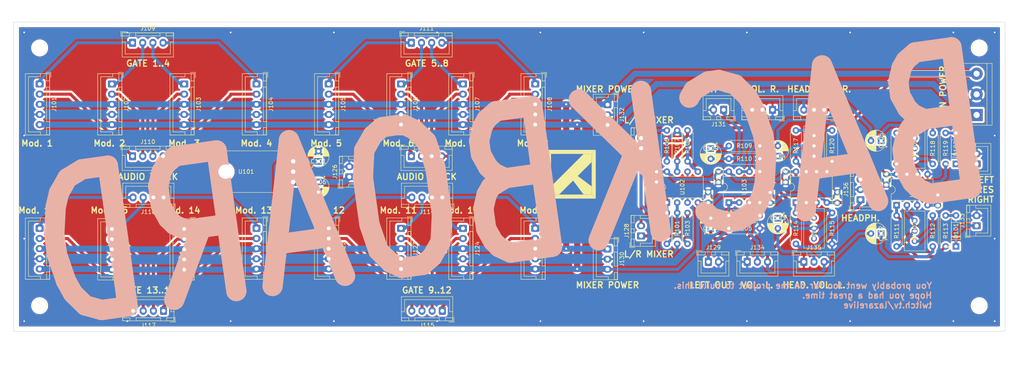
<source format=kicad_pcb>
(kicad_pcb (version 20171130) (host pcbnew "(5.1.5)-3")
  (layers (0 F.Cu signal) (31 B.Cu signal) (34 B.Paste user hide) (35 F.Paste user hide) (36 B.SilkS user) (37 F.SilkS user) (38 B.Mask user hide) (39 F.Mask user hide) (44 Edge.Cuts user))
  (net 0 "")
  (net 1 GND)
  (net 2 +12V)
  (net 3 +5V)
  (net 4 "Net-(C107-Pad2)")
  (net 5 "Net-(C107-Pad1)")
  (net 6 "Net-(C109-Pad2)")
  (net 7 "Net-(C109-Pad1)")
  (net 8 -12V)
  (net 9 "Net-(J101-Pad2)")
  (net 10 "Net-(J101-Pad1)")
  (net 11 "Net-(J102-Pad2)")
  (net 12 "Net-(J102-Pad1)")
  (net 13 "Net-(J103-Pad2)")
  (net 14 "Net-(J103-Pad1)")
  (net 15 "Net-(J104-Pad2)")
  (net 16 "Net-(J104-Pad1)")
  (net 17 "Net-(J105-Pad2)")
  (net 18 "Net-(J105-Pad1)")
  (net 19 "Net-(J106-Pad2)")
  (net 20 "Net-(J106-Pad1)")
  (net 21 "Net-(J107-Pad2)")
  (net 22 "Net-(J107-Pad1)")
  (net 23 "Net-(J108-Pad2)")
  (net 24 "Net-(J108-Pad1)")
  (net 25 "Net-(J114-Pad4)")
  (net 26 "Net-(J114-Pad3)")
  (net 27 "Net-(J114-Pad2)")
  (net 28 "Net-(J114-Pad1)")
  (net 29 "Net-(J115-Pad4)")
  (net 30 "Net-(J115-Pad3)")
  (net 31 "Net-(J115-Pad2)")
  (net 32 "Net-(J115-Pad1)")
  (net 33 "Net-(J116-Pad4)")
  (net 34 "Net-(J116-Pad3)")
  (net 35 "Net-(J116-Pad2)")
  (net 36 "Net-(J116-Pad1)")
  (net 37 "Net-(J117-Pad4)")
  (net 38 "Net-(J117-Pad3)")
  (net 39 "Net-(J117-Pad2)")
  (net 40 "Net-(J117-Pad1)")
  (net 41 "Net-(J127-Pad2)")
  (net 42 "Net-(J127-Pad1)")
  (net 43 "Net-(J128-Pad2)")
  (net 44 "Net-(J128-Pad1)")
  (net 45 "Net-(R101-Pad1)")
  (net 46 "Net-(R106-Pad1)")
  (net 47 "Net-(C102-Pad2)")
  (net 48 "Net-(C102-Pad1)")
  (net 49 "Net-(C103-Pad2)")
  (net 50 "Net-(C103-Pad1)")
  (net 51 "Net-(C104-Pad2)")
  (net 52 "Net-(C104-Pad1)")
  (net 53 "Net-(C105-Pad2)")
  (net 54 "Net-(C105-Pad1)")
  (net 55 "Net-(D101-Pad2)")
  (net 56 "Net-(D101-Pad1)")
  (net 57 "Net-(D102-Pad2)")
  (net 58 "Net-(D102-Pad1)")
  (net 59 "Net-(J134-Pad2)")
  (net 60 "Net-(J136-Pad3)")
  (net 61 "Net-(J136-Pad1)")
  (net 62 "Net-(J137-Pad2)")
  (net 63 "Net-(J138-Pad1)")
  (net 64 "Net-(R104-Pad2)")
  (net 65 "Net-(R109-Pad2)")
  (net 66 "Net-(R111-Pad2)")
  (net 67 "Net-(R111-Pad1)")
  (net 68 "Net-(R114-Pad2)")
  (net 69 "Net-(R116-Pad2)")
  (net 70 "Net-(R116-Pad1)")
  (net 71 "Net-(R117-Pad2)")
  (net 72 "Net-(R112-Pad1)")
  (net 73 "Net-(R118-Pad1)")
  (module Lazare_Aesthetics:Lazare_Logo (layer F.Cu) (at 151.13 81.915)
    (fp_text reference REF** hide)
    (fp_text value Lazare_Logo)
  )
  (module Potentiometer_THT:Potentiometer_Bourns_3296W_Vertical (layer F.Cu) (at 235.585 73.025 90)
    (fp_text reference RV104 (at -2.54 0 90) (layer F.SilkS))
    (fp_text value 4.7k)
    (pad 3 thru_hole circle (at -5.08 0 90) (size 1.44 1.44) (drill 0.8) (layers *.Cu *.Mask) (net 73 "Net-(R118-Pad1)"))
    (pad 2 thru_hole circle (at -2.54 0 90) (size 1.44 1.44) (drill 0.8) (layers *.Cu *.Mask) (net 69 "Net-(R116-Pad2)"))
    (pad 1 thru_hole circle (at 0 0 90) (size 1.44 1.44) (drill 0.8) (layers *.Cu *.Mask) (net 69 "Net-(R116-Pad2)"))
  )
  (module Potentiometer_THT:Potentiometer_Bourns_3296W_Vertical (layer F.Cu) (at 210.82 72.39 90)
    (fp_text reference RV103 (at -2.54 0 90) (layer F.SilkS))
    (fp_text value 470k)
    (pad 3 thru_hole circle (at -5.08 0 90) (size 1.44 1.44) (drill 0.8) (layers *.Cu *.Mask) (net 52 "Net-(C104-Pad1)"))
    (pad 2 thru_hole circle (at -2.54 0 90) (size 1.44 1.44) (drill 0.8) (layers *.Cu *.Mask) (net 52 "Net-(C104-Pad1)"))
    (pad 1 thru_hole circle (at 0 0 90) (size 1.44 1.44) (drill 0.8) (layers *.Cu *.Mask) (net 71 "Net-(R117-Pad2)"))
  )
  (module Potentiometer_THT:Potentiometer_Bourns_3296W_Vertical (layer F.Cu) (at 235.585 93.345 90)
    (fp_text reference RV102 (at -2.54 0 90) (layer F.SilkS))
    (fp_text value 4.7k)
    (pad 3 thru_hole circle (at -5.08 0 90) (size 1.44 1.44) (drill 0.8) (layers *.Cu *.Mask) (net 72 "Net-(R112-Pad1)"))
    (pad 2 thru_hole circle (at -2.54 0 90) (size 1.44 1.44) (drill 0.8) (layers *.Cu *.Mask) (net 66 "Net-(R111-Pad2)"))
    (pad 1 thru_hole circle (at 0 0 90) (size 1.44 1.44) (drill 0.8) (layers *.Cu *.Mask) (net 66 "Net-(R111-Pad2)"))
  )
  (module Potentiometer_THT:Potentiometer_Bourns_3296W_Vertical (layer F.Cu) (at 210.82 92.71 90)
    (fp_text reference RV101 (at -2.54 0 90) (layer F.SilkS))
    (fp_text value 470k)
    (pad 3 thru_hole circle (at -5.08 0 90) (size 1.44 1.44) (drill 0.8) (layers *.Cu *.Mask) (net 50 "Net-(C103-Pad1)"))
    (pad 2 thru_hole circle (at -2.54 0 90) (size 1.44 1.44) (drill 0.8) (layers *.Cu *.Mask) (net 50 "Net-(C103-Pad1)"))
    (pad 1 thru_hole circle (at 0 0 90) (size 1.44 1.44) (drill 0.8) (layers *.Cu *.Mask) (net 68 "Net-(R114-Pad2)"))
  )
  (module TerminalBlock:TerminalBlock_bornier-3_P5.08mm (layer F.Cu) (at 250.825 67.31 90)
    (fp_text reference J113 (at 5.05 -3.175 90) (layer F.SilkS))
    (fp_text value Power)
    (pad 3 thru_hole circle (at 10.16 0 90) (size 3 3) (drill 1.52) (layers *.Cu *.Mask) (net 2 +12V))
    (pad 2 thru_hole circle (at 5.08 0 90) (size 3 3) (drill 1.52) (layers *.Cu *.Mask) (net 1 GND))
    (pad 1 thru_hole rect (at 0 0 90) (size 3 3) (drill 1.52) (layers *.Cu *.Mask) (net 8 -12V))
  )
  (module Package_DIP:DIP-8_W7.62mm (layer F.Cu) (at 231.14 89.535 90)
    (fp_text reference U105 (at 3.81 3.81 90) (layer F.SilkS))
    (fp_text value NE5532)
    (pad 8 thru_hole oval (at 7.62 0 90) (size 1.6 1.6) (drill 0.8) (layers *.Cu *.Mask) (net 2 +12V))
    (pad 4 thru_hole oval (at 0 7.62 90) (size 1.6 1.6) (drill 0.8) (layers *.Cu *.Mask) (net 8 -12V))
    (pad 7 thru_hole oval (at 7.62 2.54 90) (size 1.6 1.6) (drill 0.8) (layers *.Cu *.Mask) (net 70 "Net-(R116-Pad1)"))
    (pad 3 thru_hole oval (at 0 5.08 90) (size 1.6 1.6) (drill 0.8) (layers *.Cu *.Mask) (net 1 GND))
    (pad 6 thru_hole oval (at 7.62 5.08 90) (size 1.6 1.6) (drill 0.8) (layers *.Cu *.Mask) (net 69 "Net-(R116-Pad2)"))
    (pad 2 thru_hole oval (at 0 2.54 90) (size 1.6 1.6) (drill 0.8) (layers *.Cu *.Mask) (net 66 "Net-(R111-Pad2)"))
    (pad 5 thru_hole oval (at 7.62 7.62 90) (size 1.6 1.6) (drill 0.8) (layers *.Cu *.Mask) (net 1 GND))
    (pad 1 thru_hole rect (at 0 0 90) (size 1.6 1.6) (drill 0.8) (layers *.Cu *.Mask) (net 67 "Net-(R111-Pad1)"))
  )
  (module Package_DIP:DIP-8_W7.62mm (layer F.Cu) (at 206.375 88.9 90)
    (fp_text reference U104 (at 3.81 3.81 90) (layer F.SilkS))
    (fp_text value NE5532)
    (pad 8 thru_hole oval (at 7.62 0 90) (size 1.6 1.6) (drill 0.8) (layers *.Cu *.Mask) (net 2 +12V))
    (pad 4 thru_hole oval (at 0 7.62 90) (size 1.6 1.6) (drill 0.8) (layers *.Cu *.Mask) (net 8 -12V))
    (pad 7 thru_hole oval (at 7.62 2.54 90) (size 1.6 1.6) (drill 0.8) (layers *.Cu *.Mask) (net 71 "Net-(R117-Pad2)"))
    (pad 3 thru_hole oval (at 0 5.08 90) (size 1.6 1.6) (drill 0.8) (layers *.Cu *.Mask) (net 1 GND))
    (pad 6 thru_hole oval (at 7.62 5.08 90) (size 1.6 1.6) (drill 0.8) (layers *.Cu *.Mask) (net 52 "Net-(C104-Pad1)"))
    (pad 2 thru_hole oval (at 0 2.54 90) (size 1.6 1.6) (drill 0.8) (layers *.Cu *.Mask) (net 50 "Net-(C103-Pad1)"))
    (pad 5 thru_hole oval (at 7.62 7.62 90) (size 1.6 1.6) (drill 0.8) (layers *.Cu *.Mask) (net 63 "Net-(J138-Pad1)"))
    (pad 1 thru_hole rect (at 0 0 90) (size 1.6 1.6) (drill 0.8) (layers *.Cu *.Mask) (net 68 "Net-(R114-Pad2)"))
  )
  (module Package_DIP:DIP-8_W7.62mm (layer F.Cu) (at 189.865 88.9 90)
    (fp_text reference U103 (at 3.81 3.81 90) (layer F.SilkS))
    (fp_text value NE5532)
    (pad 8 thru_hole oval (at 7.62 0 90) (size 1.6 1.6) (drill 0.8) (layers *.Cu *.Mask) (net 2 +12V))
    (pad 4 thru_hole oval (at 0 7.62 90) (size 1.6 1.6) (drill 0.8) (layers *.Cu *.Mask) (net 8 -12V))
    (pad 7 thru_hole oval (at 7.62 2.54 90) (size 1.6 1.6) (drill 0.8) (layers *.Cu *.Mask) (net 65 "Net-(R109-Pad2)"))
    (pad 3 thru_hole oval (at 0 5.08 90) (size 1.6 1.6) (drill 0.8) (layers *.Cu *.Mask) (net 59 "Net-(J134-Pad2)"))
    (pad 6 thru_hole oval (at 7.62 5.08 90) (size 1.6 1.6) (drill 0.8) (layers *.Cu *.Mask) (net 65 "Net-(R109-Pad2)"))
    (pad 2 thru_hole oval (at 0 2.54 90) (size 1.6 1.6) (drill 0.8) (layers *.Cu *.Mask) (net 64 "Net-(R104-Pad2)"))
    (pad 5 thru_hole oval (at 7.62 7.62 90) (size 1.6 1.6) (drill 0.8) (layers *.Cu *.Mask) (net 62 "Net-(J137-Pad2)"))
    (pad 1 thru_hole rect (at 0 0 90) (size 1.6 1.6) (drill 0.8) (layers *.Cu *.Mask) (net 64 "Net-(R104-Pad2)"))
  )
  (module Resistor_THT:R_Axial_DIN0207_L6.3mm_D2.5mm_P7.62mm_Horizontal (layer F.Cu) (at 215.265 71.12 270)
    (fp_text reference R120 (at 3.81 0 90) (layer F.SilkS))
    (fp_text value 100k)
    (pad 2 thru_hole oval (at 7.62 0 270) (size 1.6 1.6) (drill 0.8) (layers *.Cu *.Mask) (net 63 "Net-(J138-Pad1)"))
    (pad 1 thru_hole circle (at 0 0 270) (size 1.6 1.6) (drill 0.8) (layers *.Cu *.Mask) (net 52 "Net-(C104-Pad1)"))
  )
  (module Resistor_THT:R_Axial_DIN0207_L6.3mm_D2.5mm_P7.62mm_Horizontal (layer F.Cu) (at 243.205 71.755 270)
    (fp_text reference R119 (at 3.81 0 90) (layer F.SilkS))
    (fp_text value 15k)
    (pad 2 thru_hole oval (at 7.62 0 270) (size 1.6 1.6) (drill 0.8) (layers *.Cu *.Mask) (net 70 "Net-(R116-Pad1)"))
    (pad 1 thru_hole circle (at 0 0 270) (size 1.6 1.6) (drill 0.8) (layers *.Cu *.Mask) (net 57 "Net-(D102-Pad2)"))
  )
  (module Resistor_THT:R_Axial_DIN0207_L6.3mm_D2.5mm_P7.62mm_Horizontal (layer F.Cu) (at 240.03 79.375 90)
    (fp_text reference R118 (at 3.81 0 90) (layer F.SilkS))
    (fp_text value 10k)
    (pad 2 thru_hole oval (at 7.62 0 90) (size 1.6 1.6) (drill 0.8) (layers *.Cu *.Mask) (net 54 "Net-(C105-Pad1)"))
    (pad 1 thru_hole circle (at 0 0 90) (size 1.6 1.6) (drill 0.8) (layers *.Cu *.Mask) (net 73 "Net-(R118-Pad1)"))
  )
  (module Resistor_THT:R_Axial_DIN0207_L6.3mm_D2.5mm_P7.62mm_Horizontal (layer F.Cu) (at 206.375 71.12 270)
    (fp_text reference R117 (at 3.81 0 90) (layer F.SilkS))
    (fp_text value 330)
    (pad 2 thru_hole oval (at 7.62 0 270) (size 1.6 1.6) (drill 0.8) (layers *.Cu *.Mask) (net 71 "Net-(R117-Pad2)"))
    (pad 1 thru_hole circle (at 0 0 270) (size 1.6 1.6) (drill 0.8) (layers *.Cu *.Mask) (net 60 "Net-(J136-Pad3)"))
  )
  (module Resistor_THT:R_Axial_DIN0207_L6.3mm_D2.5mm_P7.62mm_Horizontal (layer F.Cu) (at 231.14 79.375 90)
    (fp_text reference R116 (at 3.81 0 90) (layer F.SilkS))
    (fp_text value 82k)
    (pad 2 thru_hole oval (at 7.62 0 90) (size 1.6 1.6) (drill 0.8) (layers *.Cu *.Mask) (net 69 "Net-(R116-Pad2)"))
    (pad 1 thru_hole circle (at 0 0 90) (size 1.6 1.6) (drill 0.8) (layers *.Cu *.Mask) (net 70 "Net-(R116-Pad1)"))
  )
  (module Resistor_THT:R_Axial_DIN0207_L6.3mm_D2.5mm_P7.62mm_Horizontal (layer F.Cu) (at 215.265 91.44 270)
    (fp_text reference R115 (at 3.81 0 90) (layer F.SilkS))
    (fp_text value 100k)
    (pad 2 thru_hole oval (at 7.62 0 270) (size 1.6 1.6) (drill 0.8) (layers *.Cu *.Mask) (net 1 GND))
    (pad 1 thru_hole circle (at 0 0 270) (size 1.6 1.6) (drill 0.8) (layers *.Cu *.Mask) (net 50 "Net-(C103-Pad1)"))
  )
  (module Resistor_THT:R_Axial_DIN0207_L6.3mm_D2.5mm_P7.62mm_Horizontal (layer F.Cu) (at 206.375 99.06 90)
    (fp_text reference R114 (at 3.81 0 90) (layer F.SilkS))
    (fp_text value 330)
    (pad 2 thru_hole oval (at 7.62 0 90) (size 1.6 1.6) (drill 0.8) (layers *.Cu *.Mask) (net 68 "Net-(R114-Pad2)"))
    (pad 1 thru_hole circle (at 0 0 90) (size 1.6 1.6) (drill 0.8) (layers *.Cu *.Mask) (net 61 "Net-(J136-Pad1)"))
  )
  (module Resistor_THT:R_Axial_DIN0207_L6.3mm_D2.5mm_P7.62mm_Horizontal (layer F.Cu) (at 243.205 92.075 270)
    (fp_text reference R113 (at 3.81 0 90) (layer F.SilkS))
    (fp_text value 15k)
    (pad 2 thru_hole oval (at 7.62 0 270) (size 1.6 1.6) (drill 0.8) (layers *.Cu *.Mask) (net 67 "Net-(R111-Pad1)"))
    (pad 1 thru_hole circle (at 0 0 270) (size 1.6 1.6) (drill 0.8) (layers *.Cu *.Mask) (net 55 "Net-(D101-Pad2)"))
  )
  (module Resistor_THT:R_Axial_DIN0207_L6.3mm_D2.5mm_P7.62mm_Horizontal (layer F.Cu) (at 240.03 92.075 270)
    (fp_text reference R112 (at 3.81 0 90) (layer F.SilkS))
    (fp_text value 10k)
    (pad 2 thru_hole oval (at 7.62 0 270) (size 1.6 1.6) (drill 0.8) (layers *.Cu *.Mask) (net 48 "Net-(C102-Pad1)"))
    (pad 1 thru_hole circle (at 0 0 270) (size 1.6 1.6) (drill 0.8) (layers *.Cu *.Mask) (net 72 "Net-(R112-Pad1)"))
  )
  (module Resistor_THT:R_Axial_DIN0207_L6.3mm_D2.5mm_P7.62mm_Horizontal (layer F.Cu) (at 231.14 92.075 270)
    (fp_text reference R111 (at 3.81 0 90) (layer F.SilkS))
    (fp_text value 82k)
    (pad 2 thru_hole oval (at 7.62 0 270) (size 1.6 1.6) (drill 0.8) (layers *.Cu *.Mask) (net 66 "Net-(R111-Pad2)"))
    (pad 1 thru_hole circle (at 0 0 270) (size 1.6 1.6) (drill 0.8) (layers *.Cu *.Mask) (net 67 "Net-(R111-Pad1)"))
  )
  (module Connector_JST:JST_XH_B2B-XH-A_1x02_P2.50mm_Vertical (layer F.Cu) (at 250.825 79.375 90)
    (fp_text reference J139 (at 1.25 -3.55 90) (layer F.SilkS))
    (fp_text value "Vumetre R")
    (pad 2 thru_hole oval (at 2.5 0 90) (size 1.7 2) (drill 1) (layers *.Cu *.Mask) (net 1 GND))
    (pad 1 thru_hole roundrect (at 0 0 90) (size 1.7 2) (drill 1) (layers *.Cu *.Mask) (roundrect_rratio 0.147059) (net 58 "Net-(D102-Pad1)"))
  )
  (module Connector_JST:JST_XH_B3B-XH-A_1x03_P2.50mm_Vertical (layer F.Cu) (at 213.32 66.04 180)
    (fp_text reference J138 (at 2.5 -3.55) (layer F.SilkS))
    (fp_text value Vol_HR)
    (pad 3 thru_hole oval (at 5 0 180) (size 1.7 1.95) (drill 0.95) (layers *.Cu *.Mask) (net 53 "Net-(C105-Pad2)"))
    (pad 2 thru_hole oval (at 2.5 0 180) (size 1.7 1.95) (drill 0.95) (layers *.Cu *.Mask) (net 51 "Net-(C104-Pad2)"))
    (pad 1 thru_hole roundrect (at 0 0 180) (size 1.7 1.95) (drill 0.95) (layers *.Cu *.Mask) (roundrect_rratio 0.147059) (net 63 "Net-(J138-Pad1)"))
  )
  (module Connector_JST:JST_XH_B3B-XH-A_1x03_P2.50mm_Vertical (layer F.Cu) (at 200.62 66.04 180)
    (fp_text reference J137 (at 2.5 -3.55) (layer F.SilkS))
    (fp_text value Vol_R)
    (pad 3 thru_hole oval (at 5 0 180) (size 1.7 1.95) (drill 0.95) (layers *.Cu *.Mask) (net 53 "Net-(C105-Pad2)"))
    (pad 2 thru_hole oval (at 2.5 0 180) (size 1.7 1.95) (drill 0.95) (layers *.Cu *.Mask) (net 62 "Net-(J137-Pad2)"))
    (pad 1 thru_hole roundrect (at 0 0 180) (size 1.7 1.95) (drill 0.95) (layers *.Cu *.Mask) (roundrect_rratio 0.147059) (net 1 GND))
  )
  (module Connector_JST:JST_XH_B3B-XH-A_1x03_P2.50mm_Vertical (layer F.Cu) (at 222.25 88.185 90)
    (fp_text reference J136 (at 2.5 -3.55 90) (layer F.SilkS))
    (fp_text value Headphones)
    (pad 3 thru_hole oval (at 5 0 90) (size 1.7 1.95) (drill 0.95) (layers *.Cu *.Mask) (net 60 "Net-(J136-Pad3)"))
    (pad 2 thru_hole oval (at 2.5 0 90) (size 1.7 1.95) (drill 0.95) (layers *.Cu *.Mask) (net 1 GND))
    (pad 1 thru_hole roundrect (at 0 0 90) (size 1.7 1.95) (drill 0.95) (layers *.Cu *.Mask) (roundrect_rratio 0.147059) (net 61 "Net-(J136-Pad1)"))
  )
  (module Connector_JST:JST_XH_B3B-XH-A_1x03_P2.50mm_Vertical (layer F.Cu) (at 208.32 103.505)
    (fp_text reference J135 (at 2.5 -3.55) (layer F.SilkS))
    (fp_text value Vol_HL)
    (pad 3 thru_hole oval (at 5 0) (size 1.7 1.95) (drill 0.95) (layers *.Cu *.Mask) (net 47 "Net-(C102-Pad2)"))
    (pad 2 thru_hole oval (at 2.5 0) (size 1.7 1.95) (drill 0.95) (layers *.Cu *.Mask) (net 49 "Net-(C103-Pad2)"))
    (pad 1 thru_hole roundrect (at 0 0) (size 1.7 1.95) (drill 0.95) (layers *.Cu *.Mask) (roundrect_rratio 0.147059) (net 1 GND))
  )
  (module Connector_JST:JST_XH_B3B-XH-A_1x03_P2.50mm_Vertical (layer F.Cu) (at 194.39 103.505)
    (fp_text reference J134 (at 2.5 -3.55) (layer F.SilkS))
    (fp_text value Vol_L)
    (pad 3 thru_hole oval (at 5 0) (size 1.7 1.95) (drill 0.95) (layers *.Cu *.Mask) (net 47 "Net-(C102-Pad2)"))
    (pad 2 thru_hole oval (at 2.5 0) (size 1.7 1.95) (drill 0.95) (layers *.Cu *.Mask) (net 59 "Net-(J134-Pad2)"))
    (pad 1 thru_hole roundrect (at 0 0) (size 1.7 1.95) (drill 0.95) (layers *.Cu *.Mask) (roundrect_rratio 0.147059) (net 1 GND))
  )
  (module Connector_JST:JST_XH_B2B-XH-A_1x02_P2.50mm_Vertical (layer F.Cu) (at 250.825 94.615 90)
    (fp_text reference J133 (at 1.25 -3.55 90) (layer F.SilkS))
    (fp_text value "Vumetre L")
    (pad 2 thru_hole oval (at 2.5 0 90) (size 1.7 2) (drill 1) (layers *.Cu *.Mask) (net 1 GND))
    (pad 1 thru_hole roundrect (at 0 0 90) (size 1.7 2) (drill 1) (layers *.Cu *.Mask) (roundrect_rratio 0.147059) (net 56 "Net-(D101-Pad1)"))
  )
  (module Diode_THT:D_DO-35_SOD27_P7.62mm_Horizontal (layer F.Cu) (at 245.745 79.375 90)
    (fp_text reference D102 (at 3.81 0 90) (layer F.SilkS))
    (fp_text value 1N4148)
    (fp_text user K (at 0 -1.8 90) (layer F.SilkS))
    (pad 2 thru_hole oval (at 7.62 0 90) (size 1.6 1.6) (drill 0.8) (layers *.Cu *.Mask) (net 57 "Net-(D102-Pad2)"))
    (pad 1 thru_hole rect (at 0 0 90) (size 1.6 1.6) (drill 0.8) (layers *.Cu *.Mask) (net 58 "Net-(D102-Pad1)"))
  )
  (module Diode_THT:D_DO-35_SOD27_P7.62mm_Horizontal (layer F.Cu) (at 245.745 99.695 90)
    (fp_text reference D101 (at 3.81 0 90) (layer F.SilkS))
    (fp_text value 1N4148)
    (fp_text user K (at 0 -1.8 90) (layer F.SilkS))
    (pad 2 thru_hole oval (at 7.62 0 90) (size 1.6 1.6) (drill 0.8) (layers *.Cu *.Mask) (net 55 "Net-(D101-Pad2)"))
    (pad 1 thru_hole rect (at 0 0 90) (size 1.6 1.6) (drill 0.8) (layers *.Cu *.Mask) (net 56 "Net-(D101-Pad1)"))
  )
  (module Capacitor_THT:C_Disc_D3.4mm_W2.1mm_P2.50mm (layer F.Cu) (at 241.3 87.035 270)
    (fp_text reference C116 (at 1.23 0 90) (layer F.SilkS))
    (fp_text value 100n)
    (pad 2 thru_hole circle (at 2.5 0 270) (size 1.6 1.6) (drill 0.8) (layers *.Cu *.Mask) (net 8 -12V))
    (pad 1 thru_hole circle (at 0 0 270) (size 1.6 1.6) (drill 0.8) (layers *.Cu *.Mask) (net 1 GND))
  )
  (module Capacitor_THT:C_Disc_D3.4mm_W2.1mm_P2.50mm (layer F.Cu) (at 228.6 81.955 270)
    (fp_text reference C115 (at 1.23 0 90) (layer F.SilkS))
    (fp_text value 100n)
    (pad 2 thru_hole circle (at 2.5 0 270) (size 1.6 1.6) (drill 0.8) (layers *.Cu *.Mask) (net 1 GND))
    (pad 1 thru_hole circle (at 0 0 270) (size 1.6 1.6) (drill 0.8) (layers *.Cu *.Mask) (net 2 +12V))
  )
  (module Capacitor_THT:C_Disc_D3.4mm_W2.1mm_P2.50mm (layer F.Cu) (at 216.535 86.4 270)
    (fp_text reference C114 (at 1.23 0 90) (layer F.SilkS))
    (fp_text value 100n)
    (pad 2 thru_hole circle (at 2.5 0 270) (size 1.6 1.6) (drill 0.8) (layers *.Cu *.Mask) (net 8 -12V))
    (pad 1 thru_hole circle (at 0 0 270) (size 1.6 1.6) (drill 0.8) (layers *.Cu *.Mask) (net 1 GND))
  )
  (module Capacitor_THT:C_Disc_D3.4mm_W2.1mm_P2.50mm (layer F.Cu) (at 200.025 86.4 270)
    (fp_text reference C113 (at 1.23 0 90) (layer F.SilkS))
    (fp_text value 100n)
    (pad 2 thru_hole circle (at 2.5 0 270) (size 1.6 1.6) (drill 0.8) (layers *.Cu *.Mask) (net 8 -12V))
    (pad 1 thru_hole circle (at 0 0 270) (size 1.6 1.6) (drill 0.8) (layers *.Cu *.Mask) (net 1 GND))
  )
  (module Capacitor_THT:C_Disc_D3.4mm_W2.1mm_P2.50mm (layer F.Cu) (at 203.835 81.32 270)
    (fp_text reference C112 (at 1.23 0 90) (layer F.SilkS))
    (fp_text value 100n)
    (pad 2 thru_hole circle (at 2.5 0 270) (size 1.6 1.6) (drill 0.8) (layers *.Cu *.Mask) (net 1 GND))
    (pad 1 thru_hole circle (at 0 0 270) (size 1.6 1.6) (drill 0.8) (layers *.Cu *.Mask) (net 2 +12V))
  )
  (module Capacitor_THT:C_Disc_D3.4mm_W2.1mm_P2.50mm (layer F.Cu) (at 187.325 81.32 270)
    (fp_text reference C111 (at 1.25 0 90) (layer F.SilkS))
    (fp_text value 100n)
    (pad 2 thru_hole circle (at 2.5 0 270) (size 1.6 1.6) (drill 0.8) (layers *.Cu *.Mask) (net 1 GND))
    (pad 1 thru_hole circle (at 0 0 270) (size 1.6 1.6) (drill 0.8) (layers *.Cu *.Mask) (net 2 +12V))
  )
  (module Capacitor_THT:CP_Radial_D5.0mm_P2.50mm (layer F.Cu) (at 227.33 73.66 180)
    (fp_text reference C105 (at -0.04 0 90) (layer F.SilkS))
    (fp_text value 22µ)
    (pad 2 thru_hole circle (at 2.5 0 180) (size 1.6 1.6) (drill 0.8) (layers *.Cu *.Mask) (net 53 "Net-(C105-Pad2)"))
    (pad 1 thru_hole rect (at 0 0 180) (size 1.6 1.6) (drill 0.8) (layers *.Cu *.Mask) (net 54 "Net-(C105-Pad1)"))
  )
  (module Capacitor_THT:CP_Radial_D5.0mm_P2.50mm (layer F.Cu) (at 201.93 77.43 90)
    (fp_text reference C104 (at -0.04 0 180) (layer F.SilkS))
    (fp_text value 22µ)
    (pad 2 thru_hole circle (at 2.5 0 90) (size 1.6 1.6) (drill 0.8) (layers *.Cu *.Mask) (net 51 "Net-(C104-Pad2)"))
    (pad 1 thru_hole rect (at 0 0 90) (size 1.6 1.6) (drill 0.8) (layers *.Cu *.Mask) (net 52 "Net-(C104-Pad1)"))
  )
  (module Capacitor_THT:CP_Radial_D5.0mm_P2.50mm (layer F.Cu) (at 201.93 92.75 270)
    (fp_text reference C103 (at -0.04 0 180) (layer F.SilkS))
    (fp_text value 22µ)
    (pad 2 thru_hole circle (at 2.5 0 270) (size 1.6 1.6) (drill 0.8) (layers *.Cu *.Mask) (net 49 "Net-(C103-Pad2)"))
    (pad 1 thru_hole rect (at 0 0 270) (size 1.6 1.6) (drill 0.8) (layers *.Cu *.Mask) (net 50 "Net-(C103-Pad1)"))
  )
  (module Capacitor_THT:CP_Radial_D5.0mm_P2.50mm (layer F.Cu) (at 227.33 96.52 180)
    (fp_text reference C102 (at -0.04 0 270) (layer F.SilkS))
    (fp_text value 22µ)
    (pad 2 thru_hole circle (at 2.5 0 180) (size 1.6 1.6) (drill 0.8) (layers *.Cu *.Mask) (net 47 "Net-(C102-Pad2)"))
    (pad 1 thru_hole rect (at 0 0 180) (size 1.6 1.6) (drill 0.8) (layers *.Cu *.Mask) (net 48 "Net-(C102-Pad1)"))
  )
  (module MountingHole:MountingHole_3.2mm_M3 (layer F.Cu) (at 251.46 114.3)
    (fp_text reference H104 (at 0 0) (layer F.SilkS))
    (fp_text value MountingHole)
    (pad 1 np_thru_hole circle (at 0 0) (size 3.2 3.2) (drill 3.2) (layers *.Cu *.Mask))
  )
  (module MountingHole:MountingHole_3.2mm_M3 (layer F.Cu) (at 251.46 50.8)
    (fp_text reference H103 (at 0 0) (layer F.SilkS))
    (fp_text value MountingHole)
    (pad 1 np_thru_hole circle (at 0 0) (size 3.2 3.2) (drill 3.2) (layers *.Cu *.Mask))
  )
  (module MountingHole:MountingHole_3.2mm_M3 (layer F.Cu) (at 20.32 114.3)
    (fp_text reference H102 (at 0 0) (layer F.SilkS))
    (fp_text value MountingHole)
    (pad 1 np_thru_hole circle (at 0 0) (size 3.2 3.2) (drill 3.2) (layers *.Cu *.Mask))
  )
  (module MountingHole:MountingHole_3.2mm_M3 (layer F.Cu) (at 20.32 50.8)
    (fp_text reference H101 (at 0 0) (layer F.SilkS))
    (fp_text value MountingHole)
    (pad 1 np_thru_hole circle (at 0 0) (size 3.2 3.2) (drill 3.2) (layers *.Cu *.Mask))
  )
  (module Package_TO_SOT_THT:TO-220-3_Horizontal_TabDown (layer F.Cu) (at 82.7 83.82 90)
    (fp_text reference U101 (at 2.54 -11.58 180) (layer F.SilkS))
    (fp_text value L78L05_TO92)
    (pad 3 thru_hole oval (at 5.08 0 90) (size 1.905 2) (drill 1.1) (layers *.Cu *.Mask) (net 2 +12V))
    (pad 2 thru_hole oval (at 2.54 0 90) (size 1.905 2) (drill 1.1) (layers *.Cu *.Mask) (net 1 GND))
    (pad 1 thru_hole rect (at 0 0 90) (size 1.905 2) (drill 1.1) (layers *.Cu *.Mask) (net 3 +5V))
    (pad "" np_thru_hole oval (at 2.54 -16.66 90) (size 3.5 3.5) (drill 3.5) (layers *.Cu *.Mask))
  )
  (module Package_DIP:DIP-8_W7.62mm (layer F.Cu) (at 174.625 88.9 90)
    (fp_text reference U102 (at 3.81 3.81 90) (layer F.SilkS))
    (fp_text value NE5532)
    (pad 8 thru_hole oval (at 7.62 0 90) (size 1.6 1.6) (drill 0.8) (layers *.Cu *.Mask) (net 2 +12V))
    (pad 4 thru_hole oval (at 0 7.62 90) (size 1.6 1.6) (drill 0.8) (layers *.Cu *.Mask) (net 8 -12V))
    (pad 7 thru_hole oval (at 7.62 2.54 90) (size 1.6 1.6) (drill 0.8) (layers *.Cu *.Mask) (net 53 "Net-(C105-Pad2)"))
    (pad 3 thru_hole oval (at 0 5.08 90) (size 1.6 1.6) (drill 0.8) (layers *.Cu *.Mask) (net 1 GND))
    (pad 6 thru_hole oval (at 7.62 5.08 90) (size 1.6 1.6) (drill 0.8) (layers *.Cu *.Mask) (net 1 GND))
    (pad 2 thru_hole oval (at 0 2.54 90) (size 1.6 1.6) (drill 0.8) (layers *.Cu *.Mask) (net 45 "Net-(R101-Pad1)"))
    (pad 5 thru_hole oval (at 7.62 7.62 90) (size 1.6 1.6) (drill 0.8) (layers *.Cu *.Mask) (net 46 "Net-(R106-Pad1)"))
    (pad 1 thru_hole rect (at 0 0 90) (size 1.6 1.6) (drill 0.8) (layers *.Cu *.Mask) (net 47 "Net-(C102-Pad2)"))
  )
  (module Resistor_THT:R_Axial_DIN0207_L6.3mm_D2.5mm_P7.62mm_Horizontal (layer F.Cu) (at 189.865 78.105)
    (fp_text reference R110 (at 3.81 0) (layer F.SilkS))
    (fp_text value 100k)
    (pad 2 thru_hole oval (at 7.62 0) (size 1.6 1.6) (drill 0.8) (layers *.Cu *.Mask) (net 1 GND))
    (pad 1 thru_hole circle (at 0 0) (size 1.6 1.6) (drill 0.8) (layers *.Cu *.Mask) (net 6 "Net-(C109-Pad2)"))
  )
  (module Resistor_THT:R_Axial_DIN0207_L6.3mm_D2.5mm_P7.62mm_Horizontal (layer F.Cu) (at 189.865 74.93)
    (fp_text reference R109 (at 3.81 0) (layer F.SilkS))
    (fp_text value 100)
    (pad 2 thru_hole oval (at 7.62 0) (size 1.6 1.6) (drill 0.8) (layers *.Cu *.Mask) (net 65 "Net-(R109-Pad2)"))
    (pad 1 thru_hole circle (at 0 0) (size 1.6 1.6) (drill 0.8) (layers *.Cu *.Mask) (net 7 "Net-(C109-Pad1)"))
  )
  (module Resistor_THT:R_Axial_DIN0207_L6.3mm_D2.5mm_P7.62mm_Horizontal (layer F.Cu) (at 179.705 78.74 90)
    (fp_text reference R108 (at 3.81 0 90) (layer F.SilkS))
    (fp_text value 100k)
    (pad 2 thru_hole oval (at 7.62 0 90) (size 1.6 1.6) (drill 0.8) (layers *.Cu *.Mask) (net 43 "Net-(J128-Pad2)"))
    (pad 1 thru_hole circle (at 0 0 90) (size 1.6 1.6) (drill 0.8) (layers *.Cu *.Mask) (net 46 "Net-(R106-Pad1)"))
  )
  (module Resistor_THT:R_Axial_DIN0207_L6.3mm_D2.5mm_P7.62mm_Horizontal (layer F.Cu) (at 177.165 78.74 90)
    (fp_text reference R107 (at 3.81 0 90) (layer F.SilkS))
    (fp_text value 51k)
    (pad 2 thru_hole oval (at 7.62 0 90) (size 1.6 1.6) (drill 0.8) (layers *.Cu *.Mask) (net 46 "Net-(R106-Pad1)"))
    (pad 1 thru_hole circle (at 0 0 90) (size 1.6 1.6) (drill 0.8) (layers *.Cu *.Mask) (net 53 "Net-(C105-Pad2)"))
  )
  (module Resistor_THT:R_Axial_DIN0207_L6.3mm_D2.5mm_P7.62mm_Horizontal (layer F.Cu) (at 174.625 78.74 90)
    (fp_text reference R106 (at 3.81 0 90) (layer F.SilkS))
    (fp_text value 100k)
    (pad 2 thru_hole oval (at 7.62 0 90) (size 1.6 1.6) (drill 0.8) (layers *.Cu *.Mask) (net 41 "Net-(J127-Pad2)"))
    (pad 1 thru_hole circle (at 0 0 90) (size 1.6 1.6) (drill 0.8) (layers *.Cu *.Mask) (net 46 "Net-(R106-Pad1)"))
  )
  (module Resistor_THT:R_Axial_DIN0207_L6.3mm_D2.5mm_P7.62mm_Horizontal (layer F.Cu) (at 189.865 95.25)
    (fp_text reference R105 (at 3.81 0) (layer F.SilkS))
    (fp_text value 100k)
    (pad 2 thru_hole oval (at 7.62 0) (size 1.6 1.6) (drill 0.8) (layers *.Cu *.Mask) (net 1 GND))
    (pad 1 thru_hole circle (at 0 0) (size 1.6 1.6) (drill 0.8) (layers *.Cu *.Mask) (net 4 "Net-(C107-Pad2)"))
  )
  (module Resistor_THT:R_Axial_DIN0207_L6.3mm_D2.5mm_P7.62mm_Horizontal (layer F.Cu) (at 197.485 92.075 180)
    (fp_text reference R104 (at 3.81 0) (layer F.SilkS))
    (fp_text value 100)
    (pad 2 thru_hole oval (at 7.62 0 180) (size 1.6 1.6) (drill 0.8) (layers *.Cu *.Mask) (net 64 "Net-(R104-Pad2)"))
    (pad 1 thru_hole circle (at 0 0 180) (size 1.6 1.6) (drill 0.8) (layers *.Cu *.Mask) (net 5 "Net-(C107-Pad1)"))
  )
  (module Resistor_THT:R_Axial_DIN0207_L6.3mm_D2.5mm_P7.62mm_Horizontal (layer F.Cu) (at 179.705 99.06 90)
    (fp_text reference R103 (at 3.81 0 90) (layer F.SilkS))
    (fp_text value 100k)
    (pad 2 thru_hole oval (at 7.62 0 90) (size 1.6 1.6) (drill 0.8) (layers *.Cu *.Mask) (net 44 "Net-(J128-Pad1)"))
    (pad 1 thru_hole circle (at 0 0 90) (size 1.6 1.6) (drill 0.8) (layers *.Cu *.Mask) (net 45 "Net-(R101-Pad1)"))
  )
  (module Resistor_THT:R_Axial_DIN0207_L6.3mm_D2.5mm_P7.62mm_Horizontal (layer F.Cu) (at 174.625 91.44 270)
    (fp_text reference R102 (at 3.81 0 90) (layer F.SilkS))
    (fp_text value 51k)
    (pad 2 thru_hole oval (at 7.62 0 270) (size 1.6 1.6) (drill 0.8) (layers *.Cu *.Mask) (net 45 "Net-(R101-Pad1)"))
    (pad 1 thru_hole circle (at 0 0 270) (size 1.6 1.6) (drill 0.8) (layers *.Cu *.Mask) (net 47 "Net-(C102-Pad2)"))
  )
  (module Resistor_THT:R_Axial_DIN0207_L6.3mm_D2.5mm_P7.62mm_Horizontal (layer F.Cu) (at 177.165 91.44 270)
    (fp_text reference R101 (at 3.81 0 90) (layer F.SilkS))
    (fp_text value 100k)
    (pad 2 thru_hole oval (at 7.62 0 270) (size 1.6 1.6) (drill 0.8) (layers *.Cu *.Mask) (net 42 "Net-(J127-Pad1)"))
    (pad 1 thru_hole circle (at 0 0 270) (size 1.6 1.6) (drill 0.8) (layers *.Cu *.Mask) (net 45 "Net-(R101-Pad1)"))
  )
  (module Connector_JST:JST_XH_B3B-XH-A_1x03_P2.50mm_Vertical (layer F.Cu) (at 160.02 64.77 270)
    (fp_text reference J132 (at 2.5 -3.55 90) (layer F.SilkS))
    (fp_text value "Audio Power")
    (pad 3 thru_hole oval (at 5 0 270) (size 1.7 1.95) (drill 0.95) (layers *.Cu *.Mask) (net 8 -12V))
    (pad 2 thru_hole oval (at 2.5 0 270) (size 1.7 1.95) (drill 0.95) (layers *.Cu *.Mask) (net 1 GND))
    (pad 1 thru_hole roundrect (at 0 0 270) (size 1.7 1.95) (drill 0.95) (layers *.Cu *.Mask) (roundrect_rratio 0.147059) (net 2 +12V))
  )
  (module Connector_JST:JST_XH_B2B-XH-A_1x02_P2.50mm_Vertical (layer F.Cu) (at 188.595 66.04 180)
    (fp_text reference J131 (at 1.25 -3.55) (layer F.SilkS))
    (fp_text value Right)
    (pad 2 thru_hole oval (at 2.5 0 180) (size 1.7 2) (drill 1) (layers *.Cu *.Mask) (net 1 GND))
    (pad 1 thru_hole roundrect (at 0 0 180) (size 1.7 2) (drill 1) (layers *.Cu *.Mask) (roundrect_rratio 0.147059) (net 6 "Net-(C109-Pad2)"))
  )
  (module Connector_JST:JST_XH_B3B-XH-A_1x03_P2.50mm_Vertical (layer F.Cu) (at 160.02 100.33 270)
    (fp_text reference J130 (at 2.5 -3.55 90) (layer F.SilkS))
    (fp_text value "Audio Power")
    (pad 3 thru_hole oval (at 5 0 270) (size 1.7 1.95) (drill 0.95) (layers *.Cu *.Mask) (net 8 -12V))
    (pad 2 thru_hole oval (at 2.5 0 270) (size 1.7 1.95) (drill 0.95) (layers *.Cu *.Mask) (net 1 GND))
    (pad 1 thru_hole roundrect (at 0 0 270) (size 1.7 1.95) (drill 0.95) (layers *.Cu *.Mask) (roundrect_rratio 0.147059) (net 2 +12V))
  )
  (module Connector_JST:JST_XH_B2B-XH-A_1x02_P2.50mm_Vertical (layer F.Cu) (at 184.825 103.505)
    (fp_text reference J129 (at 1.25 -3.55) (layer F.SilkS))
    (fp_text value Left)
    (pad 2 thru_hole oval (at 2.5 0) (size 1.7 2) (drill 1) (layers *.Cu *.Mask) (net 1 GND))
    (pad 1 thru_hole roundrect (at 0 0) (size 1.7 2) (drill 1) (layers *.Cu *.Mask) (roundrect_rratio 0.147059) (net 4 "Net-(C107-Pad2)"))
  )
  (module Connector_JST:JST_XH_B2B-XH-A_1x02_P2.50mm_Vertical (layer F.Cu) (at 168.275 97.115 90)
    (fp_text reference J128 (at 1.25 -3.55 90) (layer F.SilkS))
    (fp_text value "Audio L/R")
    (pad 2 thru_hole oval (at 2.5 0 90) (size 1.7 2) (drill 1) (layers *.Cu *.Mask) (net 43 "Net-(J128-Pad2)"))
    (pad 1 thru_hole roundrect (at 0 0 90) (size 1.7 2) (drill 1) (layers *.Cu *.Mask) (roundrect_rratio 0.147059) (net 44 "Net-(J128-Pad1)"))
  )
  (module Connector_JST:JST_XH_B2B-XH-A_1x02_P2.50mm_Vertical (layer F.Cu) (at 168.275 75.525 90)
    (fp_text reference J127 (at 1.25 -3.55 90) (layer F.SilkS))
    (fp_text value "Audio L/R")
    (pad 2 thru_hole oval (at 2.5 0 90) (size 1.7 2) (drill 1) (layers *.Cu *.Mask) (net 41 "Net-(J127-Pad2)"))
    (pad 1 thru_hole roundrect (at 0 0 90) (size 1.7 2) (drill 1) (layers *.Cu *.Mask) (roundrect_rratio 0.147059) (net 42 "Net-(J127-Pad1)"))
  )
  (module Connector_JST:JST_XH_B2B-XH-A_1x02_P2.50mm_Vertical (layer F.Cu) (at 96.52 82.55 90)
    (fp_text reference J126 (at 1.25 -3.55 90) (layer F.SilkS))
    (fp_text value "PIC Power")
    (pad 2 thru_hole oval (at 2.5 0 90) (size 1.7 2) (drill 1) (layers *.Cu *.Mask) (net 1 GND))
    (pad 1 thru_hole roundrect (at 0 0 90) (size 1.7 2) (drill 1) (layers *.Cu *.Mask) (roundrect_rratio 0.147059) (net 3 +5V))
  )
  (module Connector_JST:JST_XH_B5B-XH-A_1x05_P2.50mm_Vertical (layer F.Cu) (at 142.24 95.25 270)
    (fp_text reference J125 (at 5 -3.55 90) (layer F.SilkS))
    (fp_text value Module)
    (pad 5 thru_hole oval (at 10 0 270) (size 1.7 1.95) (drill 0.95) (layers *.Cu *.Mask) (net 8 -12V))
    (pad 4 thru_hole oval (at 7.5 0 270) (size 1.7 1.95) (drill 0.95) (layers *.Cu *.Mask) (net 1 GND))
    (pad 3 thru_hole oval (at 5 0 270) (size 1.7 1.95) (drill 0.95) (layers *.Cu *.Mask) (net 2 +12V))
    (pad 2 thru_hole oval (at 2.5 0 270) (size 1.7 1.95) (drill 0.95) (layers *.Cu *.Mask) (net 32 "Net-(J115-Pad1)"))
    (pad 1 thru_hole roundrect (at 0 0 270) (size 1.7 1.95) (drill 0.95) (layers *.Cu *.Mask) (roundrect_rratio 0.147059) (net 28 "Net-(J114-Pad1)"))
  )
  (module Connector_JST:JST_XH_B5B-XH-A_1x05_P2.50mm_Vertical (layer F.Cu) (at 124.46 95.25 270)
    (fp_text reference J124 (at 5 -3.55 90) (layer F.SilkS))
    (fp_text value Module)
    (pad 5 thru_hole oval (at 10 0 270) (size 1.7 1.95) (drill 0.95) (layers *.Cu *.Mask) (net 8 -12V))
    (pad 4 thru_hole oval (at 7.5 0 270) (size 1.7 1.95) (drill 0.95) (layers *.Cu *.Mask) (net 1 GND))
    (pad 3 thru_hole oval (at 5 0 270) (size 1.7 1.95) (drill 0.95) (layers *.Cu *.Mask) (net 2 +12V))
    (pad 2 thru_hole oval (at 2.5 0 270) (size 1.7 1.95) (drill 0.95) (layers *.Cu *.Mask) (net 31 "Net-(J115-Pad2)"))
    (pad 1 thru_hole roundrect (at 0 0 270) (size 1.7 1.95) (drill 0.95) (layers *.Cu *.Mask) (roundrect_rratio 0.147059) (net 27 "Net-(J114-Pad2)"))
  )
  (module Connector_JST:JST_XH_B5B-XH-A_1x05_P2.50mm_Vertical (layer F.Cu) (at 109.22 95.25 270)
    (fp_text reference J123 (at 5 -3.55 90) (layer F.SilkS))
    (fp_text value Module)
    (pad 5 thru_hole oval (at 10 0 270) (size 1.7 1.95) (drill 0.95) (layers *.Cu *.Mask) (net 8 -12V))
    (pad 4 thru_hole oval (at 7.5 0 270) (size 1.7 1.95) (drill 0.95) (layers *.Cu *.Mask) (net 1 GND))
    (pad 3 thru_hole oval (at 5 0 270) (size 1.7 1.95) (drill 0.95) (layers *.Cu *.Mask) (net 2 +12V))
    (pad 2 thru_hole oval (at 2.5 0 270) (size 1.7 1.95) (drill 0.95) (layers *.Cu *.Mask) (net 30 "Net-(J115-Pad3)"))
    (pad 1 thru_hole roundrect (at 0 0 270) (size 1.7 1.95) (drill 0.95) (layers *.Cu *.Mask) (roundrect_rratio 0.147059) (net 26 "Net-(J114-Pad3)"))
  )
  (module Connector_JST:JST_XH_B5B-XH-A_1x05_P2.50mm_Vertical (layer F.Cu) (at 91.44 95.25 270)
    (fp_text reference J122 (at 5 -3.55 90) (layer F.SilkS))
    (fp_text value Module)
    (pad 5 thru_hole oval (at 10 0 270) (size 1.7 1.95) (drill 0.95) (layers *.Cu *.Mask) (net 8 -12V))
    (pad 4 thru_hole oval (at 7.5 0 270) (size 1.7 1.95) (drill 0.95) (layers *.Cu *.Mask) (net 1 GND))
    (pad 3 thru_hole oval (at 5 0 270) (size 1.7 1.95) (drill 0.95) (layers *.Cu *.Mask) (net 2 +12V))
    (pad 2 thru_hole oval (at 2.5 0 270) (size 1.7 1.95) (drill 0.95) (layers *.Cu *.Mask) (net 29 "Net-(J115-Pad4)"))
    (pad 1 thru_hole roundrect (at 0 0 270) (size 1.7 1.95) (drill 0.95) (layers *.Cu *.Mask) (roundrect_rratio 0.147059) (net 25 "Net-(J114-Pad4)"))
  )
  (module Connector_JST:JST_XH_B5B-XH-A_1x05_P2.50mm_Vertical (layer F.Cu) (at 73.66 95.25 270)
    (fp_text reference J121 (at 5 -3.55 90) (layer F.SilkS))
    (fp_text value Module)
    (pad 5 thru_hole oval (at 10 0 270) (size 1.7 1.95) (drill 0.95) (layers *.Cu *.Mask) (net 8 -12V))
    (pad 4 thru_hole oval (at 7.5 0 270) (size 1.7 1.95) (drill 0.95) (layers *.Cu *.Mask) (net 1 GND))
    (pad 3 thru_hole oval (at 5 0 270) (size 1.7 1.95) (drill 0.95) (layers *.Cu *.Mask) (net 2 +12V))
    (pad 2 thru_hole oval (at 2.5 0 270) (size 1.7 1.95) (drill 0.95) (layers *.Cu *.Mask) (net 40 "Net-(J117-Pad1)"))
    (pad 1 thru_hole roundrect (at 0 0 270) (size 1.7 1.95) (drill 0.95) (layers *.Cu *.Mask) (roundrect_rratio 0.147059) (net 36 "Net-(J116-Pad1)"))
  )
  (module Connector_JST:JST_XH_B5B-XH-A_1x05_P2.50mm_Vertical (layer F.Cu) (at 55.88 95.41 270)
    (fp_text reference J120 (at 5 -3.55 90) (layer F.SilkS))
    (fp_text value Module)
    (pad 5 thru_hole oval (at 10 0 270) (size 1.7 1.95) (drill 0.95) (layers *.Cu *.Mask) (net 8 -12V))
    (pad 4 thru_hole oval (at 7.5 0 270) (size 1.7 1.95) (drill 0.95) (layers *.Cu *.Mask) (net 1 GND))
    (pad 3 thru_hole oval (at 5 0 270) (size 1.7 1.95) (drill 0.95) (layers *.Cu *.Mask) (net 2 +12V))
    (pad 2 thru_hole oval (at 2.5 0 270) (size 1.7 1.95) (drill 0.95) (layers *.Cu *.Mask) (net 39 "Net-(J117-Pad2)"))
    (pad 1 thru_hole roundrect (at 0 0 270) (size 1.7 1.95) (drill 0.95) (layers *.Cu *.Mask) (roundrect_rratio 0.147059) (net 35 "Net-(J116-Pad2)"))
  )
  (module Connector_JST:JST_XH_B5B-XH-A_1x05_P2.50mm_Vertical (layer F.Cu) (at 38.1 95.41 270)
    (fp_text reference J119 (at 5 -3.55 90) (layer F.SilkS))
    (fp_text value Module)
    (pad 5 thru_hole oval (at 10 0 270) (size 1.7 1.95) (drill 0.95) (layers *.Cu *.Mask) (net 8 -12V))
    (pad 4 thru_hole oval (at 7.5 0 270) (size 1.7 1.95) (drill 0.95) (layers *.Cu *.Mask) (net 1 GND))
    (pad 3 thru_hole oval (at 5 0 270) (size 1.7 1.95) (drill 0.95) (layers *.Cu *.Mask) (net 2 +12V))
    (pad 2 thru_hole oval (at 2.5 0 270) (size 1.7 1.95) (drill 0.95) (layers *.Cu *.Mask) (net 38 "Net-(J117-Pad3)"))
    (pad 1 thru_hole roundrect (at 0 0 270) (size 1.7 1.95) (drill 0.95) (layers *.Cu *.Mask) (roundrect_rratio 0.147059) (net 34 "Net-(J116-Pad3)"))
  )
  (module Connector_JST:JST_XH_B5B-XH-A_1x05_P2.50mm_Vertical (layer F.Cu) (at 20.32 95.25 270)
    (fp_text reference J118 (at 5 -3.55 90) (layer F.SilkS))
    (fp_text value Module)
    (pad 5 thru_hole oval (at 10 0 270) (size 1.7 1.95) (drill 0.95) (layers *.Cu *.Mask) (net 8 -12V))
    (pad 4 thru_hole oval (at 7.5 0 270) (size 1.7 1.95) (drill 0.95) (layers *.Cu *.Mask) (net 1 GND))
    (pad 3 thru_hole oval (at 5 0 270) (size 1.7 1.95) (drill 0.95) (layers *.Cu *.Mask) (net 2 +12V))
    (pad 2 thru_hole oval (at 2.5 0 270) (size 1.7 1.95) (drill 0.95) (layers *.Cu *.Mask) (net 37 "Net-(J117-Pad4)"))
    (pad 1 thru_hole roundrect (at 0 0 270) (size 1.7 1.95) (drill 0.95) (layers *.Cu *.Mask) (roundrect_rratio 0.147059) (net 33 "Net-(J116-Pad4)"))
  )
  (module Connector_JST:JST_XH_B4B-XH-A_1x04_P2.50mm_Vertical (layer F.Cu) (at 50.8 115.57 180)
    (fp_text reference J117 (at 3.75 -3.55) (layer F.SilkS))
    (fp_text value Mono)
    (pad 4 thru_hole oval (at 7.5 0 180) (size 1.7 1.95) (drill 0.95) (layers *.Cu *.Mask) (net 37 "Net-(J117-Pad4)"))
    (pad 3 thru_hole oval (at 5 0 180) (size 1.7 1.95) (drill 0.95) (layers *.Cu *.Mask) (net 38 "Net-(J117-Pad3)"))
    (pad 2 thru_hole oval (at 2.5 0 180) (size 1.7 1.95) (drill 0.95) (layers *.Cu *.Mask) (net 39 "Net-(J117-Pad2)"))
    (pad 1 thru_hole roundrect (at 0 0 180) (size 1.7 1.95) (drill 0.95) (layers *.Cu *.Mask) (roundrect_rratio 0.147059) (net 40 "Net-(J117-Pad1)"))
  )
  (module Connector_JST:JST_XH_B4B-XH-A_1x04_P2.50mm_Vertical (layer F.Cu) (at 50.8 87.63 180)
    (fp_text reference J116 (at 3.75 -3.55) (layer F.SilkS))
    (fp_text value PIC)
    (pad 4 thru_hole oval (at 7.5 0 180) (size 1.7 1.95) (drill 0.95) (layers *.Cu *.Mask) (net 33 "Net-(J116-Pad4)"))
    (pad 3 thru_hole oval (at 5 0 180) (size 1.7 1.95) (drill 0.95) (layers *.Cu *.Mask) (net 34 "Net-(J116-Pad3)"))
    (pad 2 thru_hole oval (at 2.5 0 180) (size 1.7 1.95) (drill 0.95) (layers *.Cu *.Mask) (net 35 "Net-(J116-Pad2)"))
    (pad 1 thru_hole roundrect (at 0 0 180) (size 1.7 1.95) (drill 0.95) (layers *.Cu *.Mask) (roundrect_rratio 0.147059) (net 36 "Net-(J116-Pad1)"))
  )
  (module Connector_JST:JST_XH_B4B-XH-A_1x04_P2.50mm_Vertical (layer F.Cu) (at 119.38 115.57 180)
    (fp_text reference J115 (at 3.75 -3.55) (layer F.SilkS))
    (fp_text value "Audio Mono")
    (pad 4 thru_hole oval (at 7.5 0 180) (size 1.7 1.95) (drill 0.95) (layers *.Cu *.Mask) (net 29 "Net-(J115-Pad4)"))
    (pad 3 thru_hole oval (at 5 0 180) (size 1.7 1.95) (drill 0.95) (layers *.Cu *.Mask) (net 30 "Net-(J115-Pad3)"))
    (pad 2 thru_hole oval (at 2.5 0 180) (size 1.7 1.95) (drill 0.95) (layers *.Cu *.Mask) (net 31 "Net-(J115-Pad2)"))
    (pad 1 thru_hole roundrect (at 0 0 180) (size 1.7 1.95) (drill 0.95) (layers *.Cu *.Mask) (roundrect_rratio 0.147059) (net 32 "Net-(J115-Pad1)"))
  )
  (module Connector_JST:JST_XH_B4B-XH-A_1x04_P2.50mm_Vertical (layer F.Cu) (at 119.38 87.63 180)
    (fp_text reference J114 (at 3.75 -3.55) (layer F.SilkS))
    (fp_text value PIC)
    (pad 4 thru_hole oval (at 7.5 0 180) (size 1.7 1.95) (drill 0.95) (layers *.Cu *.Mask) (net 25 "Net-(J114-Pad4)"))
    (pad 3 thru_hole oval (at 5 0 180) (size 1.7 1.95) (drill 0.95) (layers *.Cu *.Mask) (net 26 "Net-(J114-Pad3)"))
    (pad 2 thru_hole oval (at 2.5 0 180) (size 1.7 1.95) (drill 0.95) (layers *.Cu *.Mask) (net 27 "Net-(J114-Pad2)"))
    (pad 1 thru_hole roundrect (at 0 0 180) (size 1.7 1.95) (drill 0.95) (layers *.Cu *.Mask) (roundrect_rratio 0.147059) (net 28 "Net-(J114-Pad1)"))
  )
  (module Connector_JST:JST_XH_B4B-XH-A_1x04_P2.50mm_Vertical (layer F.Cu) (at 111.76 77.47)
    (fp_text reference J112 (at 3.75 -3.55) (layer F.SilkS))
    (fp_text value "Audio Mono")
    (pad 4 thru_hole oval (at 7.5 0) (size 1.7 1.95) (drill 0.95) (layers *.Cu *.Mask) (net 23 "Net-(J108-Pad2)"))
    (pad 3 thru_hole oval (at 5 0) (size 1.7 1.95) (drill 0.95) (layers *.Cu *.Mask) (net 21 "Net-(J107-Pad2)"))
    (pad 2 thru_hole oval (at 2.5 0) (size 1.7 1.95) (drill 0.95) (layers *.Cu *.Mask) (net 19 "Net-(J106-Pad2)"))
    (pad 1 thru_hole roundrect (at 0 0) (size 1.7 1.95) (drill 0.95) (layers *.Cu *.Mask) (roundrect_rratio 0.147059) (net 17 "Net-(J105-Pad2)"))
  )
  (module Connector_JST:JST_XH_B4B-XH-A_1x04_P2.50mm_Vertical (layer F.Cu) (at 111.76 49.53)
    (fp_text reference J111 (at 3.75 -3.55) (layer F.SilkS))
    (fp_text value PIC)
    (pad 4 thru_hole oval (at 7.5 0) (size 1.7 1.95) (drill 0.95) (layers *.Cu *.Mask) (net 24 "Net-(J108-Pad1)"))
    (pad 3 thru_hole oval (at 5 0) (size 1.7 1.95) (drill 0.95) (layers *.Cu *.Mask) (net 22 "Net-(J107-Pad1)"))
    (pad 2 thru_hole oval (at 2.5 0) (size 1.7 1.95) (drill 0.95) (layers *.Cu *.Mask) (net 20 "Net-(J106-Pad1)"))
    (pad 1 thru_hole roundrect (at 0 0) (size 1.7 1.95) (drill 0.95) (layers *.Cu *.Mask) (roundrect_rratio 0.147059) (net 18 "Net-(J105-Pad1)"))
  )
  (module Connector_JST:JST_XH_B4B-XH-A_1x04_P2.50mm_Vertical (layer F.Cu) (at 43.18 77.47)
    (fp_text reference J110 (at 3.75 -3.55) (layer F.SilkS))
    (fp_text value "Audio Mono")
    (pad 4 thru_hole oval (at 7.5 0) (size 1.7 1.95) (drill 0.95) (layers *.Cu *.Mask) (net 15 "Net-(J104-Pad2)"))
    (pad 3 thru_hole oval (at 5 0) (size 1.7 1.95) (drill 0.95) (layers *.Cu *.Mask) (net 13 "Net-(J103-Pad2)"))
    (pad 2 thru_hole oval (at 2.5 0) (size 1.7 1.95) (drill 0.95) (layers *.Cu *.Mask) (net 11 "Net-(J102-Pad2)"))
    (pad 1 thru_hole roundrect (at 0 0) (size 1.7 1.95) (drill 0.95) (layers *.Cu *.Mask) (roundrect_rratio 0.147059) (net 9 "Net-(J101-Pad2)"))
  )
  (module Connector_JST:JST_XH_B4B-XH-A_1x04_P2.50mm_Vertical (layer F.Cu) (at 43.18 49.53)
    (fp_text reference J109 (at 3.75 -3.55) (layer F.SilkS))
    (fp_text value PIC)
    (pad 4 thru_hole oval (at 7.5 0) (size 1.7 1.95) (drill 0.95) (layers *.Cu *.Mask) (net 16 "Net-(J104-Pad1)"))
    (pad 3 thru_hole oval (at 5 0) (size 1.7 1.95) (drill 0.95) (layers *.Cu *.Mask) (net 14 "Net-(J103-Pad1)"))
    (pad 2 thru_hole oval (at 2.5 0) (size 1.7 1.95) (drill 0.95) (layers *.Cu *.Mask) (net 12 "Net-(J102-Pad1)"))
    (pad 1 thru_hole roundrect (at 0 0) (size 1.7 1.95) (drill 0.95) (layers *.Cu *.Mask) (roundrect_rratio 0.147059) (net 10 "Net-(J101-Pad1)"))
  )
  (module Connector_JST:JST_XH_B5B-XH-A_1x05_P2.50mm_Vertical (layer F.Cu) (at 142.24 59.69 270)
    (fp_text reference J108 (at 5 -3.55 90) (layer F.SilkS))
    (fp_text value Module)
    (pad 5 thru_hole oval (at 10 0 270) (size 1.7 1.95) (drill 0.95) (layers *.Cu *.Mask) (net 8 -12V))
    (pad 4 thru_hole oval (at 7.5 0 270) (size 1.7 1.95) (drill 0.95) (layers *.Cu *.Mask) (net 1 GND))
    (pad 3 thru_hole oval (at 5 0 270) (size 1.7 1.95) (drill 0.95) (layers *.Cu *.Mask) (net 2 +12V))
    (pad 2 thru_hole oval (at 2.5 0 270) (size 1.7 1.95) (drill 0.95) (layers *.Cu *.Mask) (net 23 "Net-(J108-Pad2)"))
    (pad 1 thru_hole roundrect (at 0 0 270) (size 1.7 1.95) (drill 0.95) (layers *.Cu *.Mask) (roundrect_rratio 0.147059) (net 24 "Net-(J108-Pad1)"))
  )
  (module Connector_JST:JST_XH_B5B-XH-A_1x05_P2.50mm_Vertical (layer F.Cu) (at 124.46 59.69 270)
    (fp_text reference J107 (at 5 -3.55 90) (layer F.SilkS))
    (fp_text value Module)
    (pad 5 thru_hole oval (at 10 0 270) (size 1.7 1.95) (drill 0.95) (layers *.Cu *.Mask) (net 8 -12V))
    (pad 4 thru_hole oval (at 7.5 0 270) (size 1.7 1.95) (drill 0.95) (layers *.Cu *.Mask) (net 1 GND))
    (pad 3 thru_hole oval (at 5 0 270) (size 1.7 1.95) (drill 0.95) (layers *.Cu *.Mask) (net 2 +12V))
    (pad 2 thru_hole oval (at 2.5 0 270) (size 1.7 1.95) (drill 0.95) (layers *.Cu *.Mask) (net 21 "Net-(J107-Pad2)"))
    (pad 1 thru_hole roundrect (at 0 0 270) (size 1.7 1.95) (drill 0.95) (layers *.Cu *.Mask) (roundrect_rratio 0.147059) (net 22 "Net-(J107-Pad1)"))
  )
  (module Connector_JST:JST_XH_B5B-XH-A_1x05_P2.50mm_Vertical (layer F.Cu) (at 109.22 59.69 270)
    (fp_text reference J106 (at 5 -3.55 90) (layer F.SilkS))
    (fp_text value Module)
    (pad 5 thru_hole oval (at 10 0 270) (size 1.7 1.95) (drill 0.95) (layers *.Cu *.Mask) (net 8 -12V))
    (pad 4 thru_hole oval (at 7.5 0 270) (size 1.7 1.95) (drill 0.95) (layers *.Cu *.Mask) (net 1 GND))
    (pad 3 thru_hole oval (at 5 0 270) (size 1.7 1.95) (drill 0.95) (layers *.Cu *.Mask) (net 2 +12V))
    (pad 2 thru_hole oval (at 2.5 0 270) (size 1.7 1.95) (drill 0.95) (layers *.Cu *.Mask) (net 19 "Net-(J106-Pad2)"))
    (pad 1 thru_hole roundrect (at 0 0 270) (size 1.7 1.95) (drill 0.95) (layers *.Cu *.Mask) (roundrect_rratio 0.147059) (net 20 "Net-(J106-Pad1)"))
  )
  (module Connector_JST:JST_XH_B5B-XH-A_1x05_P2.50mm_Vertical (layer F.Cu) (at 91.44 59.69 270)
    (fp_text reference J105 (at 5 -3.55 90) (layer F.SilkS))
    (fp_text value Module)
    (pad 5 thru_hole oval (at 10 0 270) (size 1.7 1.95) (drill 0.95) (layers *.Cu *.Mask) (net 8 -12V))
    (pad 4 thru_hole oval (at 7.5 0 270) (size 1.7 1.95) (drill 0.95) (layers *.Cu *.Mask) (net 1 GND))
    (pad 3 thru_hole oval (at 5 0 270) (size 1.7 1.95) (drill 0.95) (layers *.Cu *.Mask) (net 2 +12V))
    (pad 2 thru_hole oval (at 2.5 0 270) (size 1.7 1.95) (drill 0.95) (layers *.Cu *.Mask) (net 17 "Net-(J105-Pad2)"))
    (pad 1 thru_hole roundrect (at 0 0 270) (size 1.7 1.95) (drill 0.95) (layers *.Cu *.Mask) (roundrect_rratio 0.147059) (net 18 "Net-(J105-Pad1)"))
  )
  (module Connector_JST:JST_XH_B5B-XH-A_1x05_P2.50mm_Vertical (layer F.Cu) (at 73.66 59.69 270)
    (fp_text reference J104 (at 5 -3.55 90) (layer F.SilkS))
    (fp_text value Module)
    (pad 5 thru_hole oval (at 10 0 270) (size 1.7 1.95) (drill 0.95) (layers *.Cu *.Mask) (net 8 -12V))
    (pad 4 thru_hole oval (at 7.5 0 270) (size 1.7 1.95) (drill 0.95) (layers *.Cu *.Mask) (net 1 GND))
    (pad 3 thru_hole oval (at 5 0 270) (size 1.7 1.95) (drill 0.95) (layers *.Cu *.Mask) (net 2 +12V))
    (pad 2 thru_hole oval (at 2.5 0 270) (size 1.7 1.95) (drill 0.95) (layers *.Cu *.Mask) (net 15 "Net-(J104-Pad2)"))
    (pad 1 thru_hole roundrect (at 0 0 270) (size 1.7 1.95) (drill 0.95) (layers *.Cu *.Mask) (roundrect_rratio 0.147059) (net 16 "Net-(J104-Pad1)"))
  )
  (module Connector_JST:JST_XH_B5B-XH-A_1x05_P2.50mm_Vertical (layer F.Cu) (at 55.88 59.69 270)
    (fp_text reference J103 (at 5 -3.55 90) (layer F.SilkS))
    (fp_text value Module)
    (pad 5 thru_hole oval (at 10 0 270) (size 1.7 1.95) (drill 0.95) (layers *.Cu *.Mask) (net 8 -12V))
    (pad 4 thru_hole oval (at 7.5 0 270) (size 1.7 1.95) (drill 0.95) (layers *.Cu *.Mask) (net 1 GND))
    (pad 3 thru_hole oval (at 5 0 270) (size 1.7 1.95) (drill 0.95) (layers *.Cu *.Mask) (net 2 +12V))
    (pad 2 thru_hole oval (at 2.5 0 270) (size 1.7 1.95) (drill 0.95) (layers *.Cu *.Mask) (net 13 "Net-(J103-Pad2)"))
    (pad 1 thru_hole roundrect (at 0 0 270) (size 1.7 1.95) (drill 0.95) (layers *.Cu *.Mask) (roundrect_rratio 0.147059) (net 14 "Net-(J103-Pad1)"))
  )
  (module Connector_JST:JST_XH_B5B-XH-A_1x05_P2.50mm_Vertical (layer F.Cu) (at 38.1 59.69 270)
    (fp_text reference J102 (at 5 -3.55 90) (layer F.SilkS))
    (fp_text value Module)
    (pad 5 thru_hole oval (at 10 0 270) (size 1.7 1.95) (drill 0.95) (layers *.Cu *.Mask) (net 8 -12V))
    (pad 4 thru_hole oval (at 7.5 0 270) (size 1.7 1.95) (drill 0.95) (layers *.Cu *.Mask) (net 1 GND))
    (pad 3 thru_hole oval (at 5 0 270) (size 1.7 1.95) (drill 0.95) (layers *.Cu *.Mask) (net 2 +12V))
    (pad 2 thru_hole oval (at 2.5 0 270) (size 1.7 1.95) (drill 0.95) (layers *.Cu *.Mask) (net 11 "Net-(J102-Pad2)"))
    (pad 1 thru_hole roundrect (at 0 0 270) (size 1.7 1.95) (drill 0.95) (layers *.Cu *.Mask) (roundrect_rratio 0.147059) (net 12 "Net-(J102-Pad1)"))
  )
  (module Connector_JST:JST_XH_B5B-XH-A_1x05_P2.50mm_Vertical (layer F.Cu) (at 20.32 59.69 270)
    (fp_text reference J101 (at 5 -3.55 90) (layer F.SilkS))
    (fp_text value Module)
    (pad 5 thru_hole oval (at 10 0 270) (size 1.7 1.95) (drill 0.95) (layers *.Cu *.Mask) (net 8 -12V))
    (pad 4 thru_hole oval (at 7.5 0 270) (size 1.7 1.95) (drill 0.95) (layers *.Cu *.Mask) (net 1 GND))
    (pad 3 thru_hole oval (at 5 0 270) (size 1.7 1.95) (drill 0.95) (layers *.Cu *.Mask) (net 2 +12V))
    (pad 2 thru_hole oval (at 2.5 0 270) (size 1.7 1.95) (drill 0.95) (layers *.Cu *.Mask) (net 9 "Net-(J101-Pad2)"))
    (pad 1 thru_hole roundrect (at 0 0 270) (size 1.7 1.95) (drill 0.95) (layers *.Cu *.Mask) (roundrect_rratio 0.147059) (net 10 "Net-(J101-Pad1)"))
  )
  (module Capacitor_THT:C_Disc_D3.4mm_W2.1mm_P2.50mm (layer F.Cu) (at 184.785 86.4 270)
    (fp_text reference C110 (at 1.25 0 90) (layer F.SilkS))
    (fp_text value 100n)
    (pad 2 thru_hole circle (at 2.5 0 270) (size 1.6 1.6) (drill 0.8) (layers *.Cu *.Mask) (net 8 -12V))
    (pad 1 thru_hole circle (at 0 0 270) (size 1.6 1.6) (drill 0.8) (layers *.Cu *.Mask) (net 1 GND))
  )
  (module Capacitor_THT:CP_Radial_D5.0mm_P2.50mm (layer F.Cu) (at 185.42 75.605 270)
    (fp_text reference C109 (at 0 0 180) (layer F.SilkS))
    (fp_text value 10µ)
    (pad 2 thru_hole circle (at 2.5 0 270) (size 1.6 1.6) (drill 0.8) (layers *.Cu *.Mask) (net 6 "Net-(C109-Pad2)"))
    (pad 1 thru_hole rect (at 0 0 270) (size 1.6 1.6) (drill 0.8) (layers *.Cu *.Mask) (net 7 "Net-(C109-Pad1)"))
  )
  (module Capacitor_THT:C_Disc_D3.4mm_W2.1mm_P2.50mm (layer F.Cu) (at 172.085 81.32 270)
    (fp_text reference C108 (at 1.23 0 90) (layer F.SilkS))
    (fp_text value 100n)
    (pad 2 thru_hole circle (at 2.5 0 270) (size 1.6 1.6) (drill 0.8) (layers *.Cu *.Mask) (net 1 GND))
    (pad 1 thru_hole circle (at 0 0 270) (size 1.6 1.6) (drill 0.8) (layers *.Cu *.Mask) (net 2 +12V))
  )
  (module Capacitor_THT:CP_Radial_D5.0mm_P2.50mm (layer F.Cu) (at 185.42 95.25 90)
    (fp_text reference C107 (at 0 0 180) (layer F.SilkS))
    (fp_text value 10µ)
    (pad 2 thru_hole circle (at 2.5 0 90) (size 1.6 1.6) (drill 0.8) (layers *.Cu *.Mask) (net 4 "Net-(C107-Pad2)"))
    (pad 1 thru_hole rect (at 0 0 90) (size 1.6 1.6) (drill 0.8) (layers *.Cu *.Mask) (net 5 "Net-(C107-Pad1)"))
  )
  (module Capacitor_THT:CP_Radial_D5.0mm_P2.50mm (layer F.Cu) (at 88.9 83.82 270)
    (fp_text reference C106 (at 0 0 180) (layer F.SilkS))
    (fp_text value 47µ)
    (pad 2 thru_hole circle (at 2.5 0 270) (size 1.6 1.6) (drill 0.8) (layers *.Cu *.Mask) (net 1 GND))
    (pad 1 thru_hole rect (at 0 0 270) (size 1.6 1.6) (drill 0.8) (layers *.Cu *.Mask) (net 3 +5V))
  )
  (module Capacitor_THT:CP_Radial_D5.0mm_P2.50mm (layer F.Cu) (at 88.9 78.74 90)
    (fp_text reference C101 (at 0 0 180) (layer F.SilkS))
    (fp_text value 47µ)
    (pad 2 thru_hole circle (at 2.5 0 90) (size 1.6 1.6) (drill 0.8) (layers *.Cu *.Mask) (net 1 GND))
    (pad 1 thru_hole rect (at 0 0 90) (size 1.6 1.6) (drill 0.8) (layers *.Cu *.Mask) (net 2 +12V))
  )
  (gr_text "Mod. 16" (at 19.685 90.805) (layer F.SilkS) (effects (font (size 1.5 1.5) (thickness 0.3))))
  (gr_text "Mod. 15" (at 37.465 90.805) (layer F.SilkS) (effects (font (size 1.5 1.5) (thickness 0.3))))
  (gr_text "Mod. 14" (at 55.245 90.805) (layer F.SilkS) (effects (font (size 1.5 1.5) (thickness 0.3))))
  (gr_text "Mod. 13" (at 73.025 90.805) (layer F.SilkS) (effects (font (size 1.5 1.5) (thickness 0.3))))
  (gr_text "Mod. 12" (at 90.805 90.805) (layer F.SilkS) (effects (font (size 1.5 1.5) (thickness 0.3))))
  (gr_text "Mod. 11" (at 108.585 90.805) (layer F.SilkS) (effects (font (size 1.5 1.5) (thickness 0.3))))
  (gr_text "Mod. 10" (at 123.825 90.805) (layer F.SilkS) (effects (font (size 1.5 1.5) (thickness 0.3))))
  (gr_text "Mod. 9" (at 142.24 90.805) (layer F.SilkS) (effects (font (size 1.5 1.5) (thickness 0.3))))
  (gr_text "Mod. 8" (at 141.605 74.295) (layer F.SilkS) (effects (font (size 1.5 1.5) (thickness 0.3))))
  (gr_text "Mod. 7" (at 123.825 74.295) (layer F.SilkS) (effects (font (size 1.5 1.5) (thickness 0.3))))
  (gr_text "Mod. 6" (at 108.585 74.295) (layer F.SilkS) (effects (font (size 1.5 1.5) (thickness 0.3))))
  (gr_text "Mod. 5" (at 90.805 74.295) (layer F.SilkS) (effects (font (size 1.5 1.5) (thickness 0.3))))
  (gr_text "Mod. 4" (at 73.66 74.295) (layer F.SilkS) (effects (font (size 1.5 1.5) (thickness 0.3))))
  (gr_text "Mod. 3" (at 55.88 74.295) (layer F.SilkS) (effects (font (size 1.5 1.5) (thickness 0.3))))
  (gr_text "Mod. 2" (at 37.465 74.295) (layer F.SilkS) (effects (font (size 1.5 1.5) (thickness 0.3))))
  (gr_text "Mod. 1" (at 19.685 74.295) (layer F.SilkS) (effects (font (size 1.5 1.5) (thickness 0.3))))
  (gr_text "You probably went too far on the project to build this.\nHope you had a great time.\ntwitch.tv/lazarelive" (at 240.03 111.76) (layer B.SilkS) (effects (font (size 1.5 1.5) (thickness 0.3)) (justify left mirror)))
  (gr_text BACKBOARD (at 136.525 85.09 8) (layer B.SilkS) (effects (font (size 35 27) (thickness 5)) (justify mirror)))
  (gr_text GND (at 245.11 62.23 90) (layer F.SilkS) (effects (font (size 1.5 1.5) (thickness 0.3))))
  (gr_text V+ (at 245.11 57.15 90) (layer F.SilkS) (effects (font (size 1.5 1.5) (thickness 0.3))))
  (gr_text V- (at 245.11 67.31 90) (layer F.SilkS) (effects (font (size 1.5 1.5) (thickness 0.3))))
  (gr_text "MAIN POWER" (at 242.57 62.23 90) (layer F.SilkS) (effects (font (size 1.5 1.5) (thickness 0.3))))
  (gr_text "HEAD. VOL. R." (at 212.09 60.96) (layer F.SilkS) (effects (font (size 1.5 1.5) (thickness 0.3))))
  (gr_text "HEAD. VOL. L." (at 210.82 109.22) (layer F.SilkS) (effects (font (size 1.5 1.5) (thickness 0.3))))
  (gr_text "LEFT\nVUMETRES\nRIGHT" (at 255.27 85.725) (layer F.SilkS) (effects (font (size 1.5 1.5) (thickness 0.3)) (justify right)))
  (gr_text HEADPH. (at 222.25 92.71) (layer F.SilkS) (effects (font (size 1.5 1.5) (thickness 0.3))))
  (gr_text "VOL. L." (at 196.85 109.22) (layer F.SilkS) (effects (font (size 1.5 1.5) (thickness 0.3))))
  (gr_text "LEFT OUT" (at 185.42 109.22) (layer F.SilkS) (effects (font (size 1.5 1.5) (thickness 0.3))))
  (gr_text "VOL. R." (at 198.12 60.96) (layer F.SilkS) (effects (font (size 1.5 1.5) (thickness 0.3))))
  (gr_text "RIGHT OUT" (at 186.69 60.96) (layer F.SilkS) (effects (font (size 1.5 1.5) (thickness 0.3))))
  (gr_text "L/R MIXER" (at 170.18 101.6) (layer F.SilkS) (effects (font (size 1.5 1.5) (thickness 0.3))))
  (gr_text "L/R MIXER" (at 170.18 68.58) (layer F.SilkS) (effects (font (size 1.5 1.5) (thickness 0.3))))
  (gr_text "MIXER POWER" (at 160.02 109.22) (layer F.SilkS) (effects (font (size 1.5 1.5) (thickness 0.3))))
  (gr_text "MIXER POWER" (at 160.02 60.96) (layer F.SilkS) (effects (font (size 1.5 1.5) (thickness 0.3))))
  (gr_text "GATE 13..16" (at 46.99 110.49) (layer F.SilkS) (effects (font (size 1.5 1.5) (thickness 0.3))))
  (gr_text "GATE 9..12" (at 115.57 110.49) (layer F.SilkS) (effects (font (size 1.5 1.5) (thickness 0.3))))
  (gr_text "GATE 5..8" (at 115.57 54.61) (layer F.SilkS) (effects (font (size 1.5 1.5) (thickness 0.3))))
  (gr_text "GATE 1..4" (at 46.99 54.61) (layer F.SilkS) (effects (font (size 1.5 1.5) (thickness 0.3))))
  (gr_text "PIC POWER" (at 101.6 81.28 90) (layer F.SilkS) (effects (font (size 1.5 1.5) (thickness 0.3))))
  (gr_text "AUDIO TRACK" (at 115.57 82.55) (layer F.SilkS) (effects (font (size 1.5 1.5) (thickness 0.3))))
  (gr_text "AUDIO TRACK" (at 46.99 82.55) (layer F.SilkS) (effects (font (size 1.5 1.5) (thickness 0.3))))
  (gr_poly (pts (xy 257.81 120.65) (xy 13.97 120.65) (xy 13.97 44.45) (xy 257.81 44.45)) (layer Edge.Cuts) (width 0.1))
  (via (at 16.51 46.99) (size 0.8) (drill 0.4) (layers F.Cu B.Cu) (net 1))
  (via (at 41.91 46.99) (size 0.8) (drill 0.4) (layers F.Cu B.Cu) (net 1))
  (via (at 67.31 46.99) (size 0.8) (drill 0.4) (layers F.Cu B.Cu) (net 1))
  (via (at 92.71 46.99) (size 0.8) (drill 0.4) (layers F.Cu B.Cu) (net 1))
  (via (at 118.11 46.99) (size 0.8) (drill 0.4) (layers F.Cu B.Cu) (net 1))
  (via (at 143.51 46.99) (size 0.8) (drill 0.4) (layers F.Cu B.Cu) (net 1))
  (via (at 168.91 46.99) (size 0.8) (drill 0.4) (layers F.Cu B.Cu) (net 1))
  (via (at 194.31 46.99) (size 0.8) (drill 0.4) (layers F.Cu B.Cu) (net 1))
  (via (at 255.27 46.99) (size 0.8) (drill 0.4) (layers F.Cu B.Cu) (net 1))
  (via (at 16.51 118.11) (size 0.8) (drill 0.4) (layers F.Cu B.Cu) (net 1))
  (via (at 41.91 118.11) (size 0.8) (drill 0.4) (layers F.Cu B.Cu) (net 1))
  (via (at 67.31 118.11) (size 0.8) (drill 0.4) (layers F.Cu B.Cu) (net 1))
  (via (at 92.71 118.11) (size 0.8) (drill 0.4) (layers F.Cu B.Cu) (net 1))
  (via (at 118.11 118.11) (size 0.8) (drill 0.4) (layers F.Cu B.Cu) (net 1))
  (via (at 143.51 118.11) (size 0.8) (drill 0.4) (layers F.Cu B.Cu) (net 1))
  (via (at 168.91 118.11) (size 0.8) (drill 0.4) (layers F.Cu B.Cu) (net 1))
  (via (at 194.31 118.11) (size 0.8) (drill 0.4) (layers F.Cu B.Cu) (net 1))
  (via (at 255.27 118.11) (size 0.8) (drill 0.4) (layers F.Cu B.Cu) (net 1))
  (via (at 16.51 72.39) (size 0.8) (drill 0.4) (layers F.Cu B.Cu) (net 1))
  (via (at 16.51 97.79) (size 0.8) (drill 0.4) (layers F.Cu B.Cu) (net 1))
  (via (at 219.71 46.99) (size 0.8) (drill 0.4) (layers F.Cu B.Cu) (net 1))
  (via (at 245.11 46.99) (size 0.8) (drill 0.4) (layers F.Cu B.Cu) (net 1))
  (via (at 219.71 118.11) (size 0.8) (drill 0.4) (layers F.Cu B.Cu) (net 1))
  (via (at 245.11 118.11) (size 0.8) (drill 0.4) (layers F.Cu B.Cu) (net 1))
  (via (at 255.27 72.39) (size 0.8) (drill 0.4) (layers F.Cu B.Cu) (net 1))
  (via (at 255.27 97.79) (size 0.8) (drill 0.4) (layers F.Cu B.Cu) (net 1))
  (segment (start 22.795 64.69) (end 38.1 64.69) (width 1.5) (layer B.Cu) (net 2))
  (segment (start 20.32 64.69) (end 22.795 64.69) (width 1.5) (layer B.Cu) (net 2))
  (segment (start 40.575 64.69) (end 55.88 64.69) (width 1.5) (layer B.Cu) (net 2))
  (segment (start 38.1 64.69) (end 40.575 64.69) (width 1.5) (layer B.Cu) (net 2))
  (segment (start 58.355 64.69) (end 73.66 64.69) (width 1.5) (layer B.Cu) (net 2))
  (segment (start 55.88 64.69) (end 58.355 64.69) (width 1.5) (layer B.Cu) (net 2))
  (segment (start 76.135 64.69) (end 91.44 64.69) (width 1.5) (layer B.Cu) (net 2))
  (segment (start 73.66 64.69) (end 76.135 64.69) (width 1.5) (layer B.Cu) (net 2))
  (segment (start 93.915 64.69) (end 109.22 64.69) (width 1.5) (layer B.Cu) (net 2))
  (segment (start 91.44 64.69) (end 93.915 64.69) (width 1.5) (layer B.Cu) (net 2))
  (segment (start 111.695 64.69) (end 124.46 64.69) (width 1.5) (layer B.Cu) (net 2))
  (segment (start 109.22 64.69) (end 111.695 64.69) (width 1.5) (layer B.Cu) (net 2))
  (segment (start 126.935 64.69) (end 142.24 64.69) (width 1.5) (layer B.Cu) (net 2))
  (segment (start 124.46 64.69) (end 126.935 64.69) (width 1.5) (layer B.Cu) (net 2))
  (segment (start 159.94 64.69) (end 160.02 64.77) (width 1.5) (layer B.Cu) (net 2))
  (segment (start 142.24 64.69) (end 147.4 64.69) (width 1.5) (layer B.Cu) (net 2))
  (segment (start 37.94 100.25) (end 38.1 100.41) (width 1.5) (layer B.Cu) (net 2))
  (segment (start 20.32 100.25) (end 37.94 100.25) (width 1.5) (layer B.Cu) (net 2))
  (segment (start 40.575 100.41) (end 55.88 100.41) (width 1.5) (layer B.Cu) (net 2))
  (segment (start 38.1 100.41) (end 40.575 100.41) (width 1.5) (layer B.Cu) (net 2))
  (segment (start 73.5 100.41) (end 73.66 100.25) (width 1.5) (layer B.Cu) (net 2))
  (segment (start 55.88 100.41) (end 73.5 100.41) (width 1.5) (layer B.Cu) (net 2))
  (segment (start 93.915 100.25) (end 109.22 100.25) (width 1.5) (layer B.Cu) (net 2))
  (segment (start 91.44 100.25) (end 93.915 100.25) (width 1.5) (layer B.Cu) (net 2))
  (segment (start 111.695 100.25) (end 124.46 100.25) (width 1.5) (layer B.Cu) (net 2))
  (segment (start 109.22 100.25) (end 111.695 100.25) (width 1.5) (layer B.Cu) (net 2))
  (segment (start 126.935 100.25) (end 142.24 100.25) (width 1.5) (layer B.Cu) (net 2))
  (segment (start 124.46 100.25) (end 126.935 100.25) (width 1.5) (layer B.Cu) (net 2))
  (segment (start 159.94 100.25) (end 160.02 100.33) (width 1.5) (layer B.Cu) (net 2))
  (segment (start 142.24 100.25) (end 159.94 100.25) (width 1.5) (layer B.Cu) (net 2))
  (segment (start 147.4 64.69) (end 159.94 64.69) (width 1.5) (layer B.Cu) (net 2))
  (via (at 149.86 64.69) (size 1.5) (drill 0.5) (layers F.Cu B.Cu) (net 2))
  (segment (start 149.86 64.69) (end 149.86 100.25) (width 1.5) (layer F.Cu) (net 2))
  (segment (start 82.7 78.74) (end 88.9 78.74) (width 1.5) (layer B.Cu) (net 2))
  (segment (start 82.7 78.74) (end 80.01 78.74) (width 1.5) (layer B.Cu) (net 2))
  (segment (start 80.01 78.74) (end 78.74 80.01) (width 1.5) (layer B.Cu) (net 2))
  (segment (start 78.74 80.01) (end 78.74 99.06) (width 1.5) (layer B.Cu) (net 2))
  (segment (start 76.135 100.25) (end 91.44 100.25) (width 1.5) (layer B.Cu) (net 2))
  (segment (start 73.66 100.25) (end 76.135 100.25) (width 1.5) (layer B.Cu) (net 2))
  (segment (start 77.55 100.25) (end 73.66 100.25) (width 1.5) (layer B.Cu) (net 2))
  (segment (start 78.74 99.06) (end 77.55 100.25) (width 1.5) (layer B.Cu) (net 2))
  (segment (start 149.86 100.25) (end 149.86 100.25) (width 1.5) (layer F.Cu) (net 2))
  (via (at 149.86 100.25) (size 1.5) (drill 0.5) (layers F.Cu B.Cu) (net 2))
  (segment (start 174.585 81.32) (end 174.625 81.28) (width 0.75) (layer B.Cu) (net 2))
  (segment (start 172.085 81.32) (end 174.585 81.32) (width 0.75) (layer B.Cu) (net 2))
  (segment (start 174.625 81.28) (end 176.53 83.185) (width 0.75) (layer B.Cu) (net 2))
  (segment (start 185.46 83.185) (end 187.325 81.32) (width 0.75) (layer B.Cu) (net 2))
  (segment (start 176.53 83.185) (end 185.46 83.185) (width 0.75) (layer B.Cu) (net 2))
  (segment (start 189.825 81.32) (end 189.865 81.28) (width 0.75) (layer B.Cu) (net 2))
  (segment (start 187.325 81.32) (end 189.825 81.32) (width 0.75) (layer B.Cu) (net 2))
  (segment (start 201.97 83.185) (end 203.835 81.32) (width 0.75) (layer B.Cu) (net 2))
  (segment (start 189.865 81.28) (end 191.77 83.185) (width 0.75) (layer B.Cu) (net 2))
  (segment (start 191.77 83.185) (end 201.97 83.185) (width 0.75) (layer B.Cu) (net 2))
  (segment (start 206.335 81.32) (end 206.375 81.28) (width 0.75) (layer B.Cu) (net 2))
  (segment (start 203.835 81.32) (end 206.335 81.32) (width 0.75) (layer B.Cu) (net 2))
  (segment (start 206.375 82.41137) (end 207.14863 83.185) (width 0.75) (layer F.Cu) (net 2))
  (segment (start 206.375 81.28) (end 206.375 82.41137) (width 0.75) (layer F.Cu) (net 2))
  (segment (start 207.14863 83.185) (end 217.805 83.185) (width 0.75) (layer F.Cu) (net 2))
  (segment (start 217.805 83.185) (end 220.345 80.645) (width 0.75) (layer F.Cu) (net 2))
  (segment (start 220.345 80.645) (end 227.33 80.645) (width 0.75) (layer F.Cu) (net 2))
  (segment (start 227.33 80.685) (end 228.6 81.955) (width 0.75) (layer F.Cu) (net 2))
  (segment (start 227.33 80.645) (end 227.33 80.685) (width 0.75) (layer F.Cu) (net 2))
  (segment (start 231.1 81.955) (end 231.14 81.915) (width 0.75) (layer B.Cu) (net 2))
  (segment (start 228.6 81.955) (end 231.1 81.955) (width 0.75) (layer B.Cu) (net 2))
  (segment (start 160.02 63.92) (end 160.02 64.77) (width 1.5) (layer B.Cu) (net 2))
  (segment (start 166.79 57.15) (end 160.02 63.92) (width 1.5) (layer B.Cu) (net 2))
  (segment (start 250.825 57.15) (end 166.79 57.15) (width 1.5) (layer B.Cu) (net 2))
  (segment (start 220.345 80.645) (end 220.345 68.58) (width 0.75) (layer F.Cu) (net 2))
  (segment (start 220.345 68.58) (end 231.775 57.15) (width 0.75) (layer F.Cu) (net 2))
  (segment (start 231.775 57.15) (end 250.825 57.15) (width 0.75) (layer F.Cu) (net 2))
  (segment (start 82.7 83.82) (end 88.9 83.82) (width 1.5) (layer B.Cu) (net 3))
  (segment (start 95.25 83.82) (end 96.52 82.55) (width 1.5) (layer B.Cu) (net 3))
  (segment (start 88.9 83.82) (end 95.25 83.82) (width 1.5) (layer B.Cu) (net 3))
  (segment (start 189.825 95.21) (end 189.865 95.25) (width 0.75) (layer B.Cu) (net 4))
  (segment (start 187.365 92.75) (end 189.865 95.25) (width 0.75) (layer B.Cu) (net 4))
  (segment (start 185.42 92.75) (end 187.365 92.75) (width 0.75) (layer B.Cu) (net 4))
  (segment (start 184.825 100.29) (end 189.865 95.25) (width 0.75) (layer B.Cu) (net 4))
  (segment (start 184.825 103.505) (end 184.825 100.29) (width 0.75) (layer B.Cu) (net 4))
  (segment (start 185.42 96.8) (end 186.41 97.79) (width 0.75) (layer F.Cu) (net 5))
  (segment (start 185.42 95.25) (end 185.42 96.8) (width 0.75) (layer F.Cu) (net 5))
  (segment (start 186.41 97.79) (end 194.31 97.79) (width 0.75) (layer F.Cu) (net 5))
  (segment (start 194.31 97.79) (end 195.58 96.52) (width 0.75) (layer F.Cu) (net 5))
  (segment (start 195.58 93.98) (end 197.485 92.075) (width 0.75) (layer F.Cu) (net 5))
  (segment (start 195.58 96.52) (end 195.58 93.98) (width 0.75) (layer F.Cu) (net 5))
  (segment (start 185.42 78.105) (end 189.865 78.105) (width 0.75) (layer B.Cu) (net 6))
  (segment (start 188.595 67.04) (end 192.405 70.85) (width 0.75) (layer B.Cu) (net 6))
  (segment (start 188.595 66.04) (end 188.595 67.04) (width 0.75) (layer B.Cu) (net 6))
  (segment (start 192.405 70.85) (end 192.405 76.835) (width 0.75) (layer B.Cu) (net 6))
  (segment (start 192.405 76.835) (end 191.135 78.105) (width 0.75) (layer B.Cu) (net 6))
  (segment (start 191.135 78.105) (end 189.865 78.105) (width 0.75) (layer B.Cu) (net 6))
  (segment (start 189.19 75.605) (end 189.865 74.93) (width 0.75) (layer B.Cu) (net 7))
  (segment (start 185.42 75.605) (end 189.19 75.605) (width 0.75) (layer B.Cu) (net 7))
  (segment (start 22.795 69.69) (end 38.1 69.69) (width 1.5) (layer B.Cu) (net 8))
  (segment (start 20.32 69.69) (end 22.795 69.69) (width 1.5) (layer B.Cu) (net 8))
  (segment (start 40.575 69.69) (end 55.88 69.69) (width 1.5) (layer B.Cu) (net 8))
  (segment (start 38.1 69.69) (end 40.575 69.69) (width 1.5) (layer B.Cu) (net 8))
  (segment (start 58.355 69.69) (end 73.66 69.69) (width 1.5) (layer B.Cu) (net 8))
  (segment (start 55.88 69.69) (end 58.355 69.69) (width 1.5) (layer B.Cu) (net 8))
  (segment (start 76.135 69.69) (end 91.44 69.69) (width 1.5) (layer B.Cu) (net 8))
  (segment (start 73.66 69.69) (end 76.135 69.69) (width 1.5) (layer B.Cu) (net 8))
  (segment (start 93.915 69.69) (end 109.22 69.69) (width 1.5) (layer B.Cu) (net 8))
  (segment (start 91.44 69.69) (end 93.915 69.69) (width 1.5) (layer B.Cu) (net 8))
  (segment (start 111.695 69.69) (end 124.46 69.69) (width 1.5) (layer B.Cu) (net 8))
  (segment (start 109.22 69.69) (end 111.695 69.69) (width 1.5) (layer B.Cu) (net 8))
  (segment (start 126.935 69.69) (end 142.24 69.69) (width 1.5) (layer B.Cu) (net 8))
  (segment (start 124.46 69.69) (end 126.935 69.69) (width 1.5) (layer B.Cu) (net 8))
  (segment (start 159.94 69.69) (end 160.02 69.77) (width 1.5) (layer B.Cu) (net 8))
  (segment (start 142.24 69.69) (end 152.56 69.69) (width 1.5) (layer B.Cu) (net 8))
  (segment (start 37.94 105.25) (end 38.1 105.41) (width 1.5) (layer B.Cu) (net 8))
  (segment (start 20.32 105.25) (end 37.94 105.25) (width 1.5) (layer B.Cu) (net 8))
  (segment (start 38.1 105.41) (end 55.88 105.41) (width 1.5) (layer B.Cu) (net 8))
  (segment (start 73.5 105.41) (end 73.66 105.25) (width 1.5) (layer B.Cu) (net 8))
  (segment (start 55.88 105.41) (end 73.5 105.41) (width 1.5) (layer B.Cu) (net 8))
  (segment (start 76.135 105.25) (end 91.44 105.25) (width 1.5) (layer B.Cu) (net 8))
  (segment (start 73.66 105.25) (end 76.135 105.25) (width 1.5) (layer B.Cu) (net 8))
  (segment (start 93.915 105.25) (end 109.22 105.25) (width 1.5) (layer B.Cu) (net 8))
  (segment (start 91.44 105.25) (end 93.915 105.25) (width 1.5) (layer B.Cu) (net 8))
  (segment (start 111.695 105.25) (end 124.46 105.25) (width 1.5) (layer B.Cu) (net 8))
  (segment (start 109.22 105.25) (end 111.695 105.25) (width 1.5) (layer B.Cu) (net 8))
  (segment (start 126.935 105.25) (end 142.24 105.25) (width 1.5) (layer B.Cu) (net 8))
  (segment (start 124.46 105.25) (end 126.935 105.25) (width 1.5) (layer B.Cu) (net 8))
  (segment (start 159.94 105.25) (end 160.02 105.33) (width 1.5) (layer B.Cu) (net 8))
  (segment (start 142.24 105.25) (end 152.56 105.25) (width 1.5) (layer B.Cu) (net 8))
  (segment (start 152.56 69.69) (end 159.94 69.69) (width 1.5) (layer B.Cu) (net 8))
  (via (at 152.56 69.69) (size 1.5) (drill 0.5) (layers F.Cu B.Cu) (net 8))
  (segment (start 152.56 105.25) (end 159.94 105.25) (width 1.5) (layer B.Cu) (net 8))
  (via (at 152.56 105.25) (size 1.5) (drill 0.5) (layers F.Cu B.Cu) (net 8))
  (segment (start 152.56 104.18934) (end 152.56 69.69) (width 1.5) (layer F.Cu) (net 8))
  (segment (start 152.56 105.25) (end 152.56 104.18934) (width 1.5) (layer F.Cu) (net 8))
  (segment (start 160.1 69.85) (end 160.02 69.77) (width 1.5) (layer B.Cu) (net 8))
  (segment (start 182.245 88.9) (end 184.785 88.9) (width 0.75) (layer B.Cu) (net 8))
  (segment (start 185.91637 88.9) (end 187.82137 86.995) (width 0.75) (layer B.Cu) (net 8))
  (segment (start 184.785 88.9) (end 185.91637 88.9) (width 0.75) (layer B.Cu) (net 8))
  (segment (start 195.58 86.995) (end 197.485 88.9) (width 0.75) (layer B.Cu) (net 8))
  (segment (start 187.82137 86.995) (end 195.58 86.995) (width 0.75) (layer B.Cu) (net 8))
  (segment (start 197.485 88.9) (end 200.025 88.9) (width 0.75) (layer B.Cu) (net 8))
  (segment (start 212.09 86.995) (end 213.995 88.9) (width 0.75) (layer B.Cu) (net 8))
  (segment (start 203.2 86.995) (end 212.09 86.995) (width 0.75) (layer B.Cu) (net 8))
  (segment (start 200.025 88.9) (end 201.295 88.9) (width 0.75) (layer B.Cu) (net 8))
  (segment (start 201.295 88.9) (end 203.2 86.995) (width 0.75) (layer B.Cu) (net 8))
  (segment (start 213.995 88.9) (end 216.535 88.9) (width 0.75) (layer B.Cu) (net 8))
  (segment (start 217.66637 88.9) (end 218.93637 90.17) (width 0.75) (layer F.Cu) (net 8))
  (segment (start 238.76 88.265) (end 238.76 89.535) (width 0.75) (layer F.Cu) (net 8))
  (segment (start 216.535 88.9) (end 217.66637 88.9) (width 0.75) (layer F.Cu) (net 8))
  (segment (start 237.49 86.995) (end 238.76 88.265) (width 0.75) (layer F.Cu) (net 8))
  (segment (start 226.695 90.17) (end 229.87 86.995) (width 0.75) (layer F.Cu) (net 8))
  (segment (start 218.93637 90.17) (end 226.695 90.17) (width 0.75) (layer F.Cu) (net 8))
  (segment (start 229.87 86.995) (end 237.49 86.995) (width 0.75) (layer F.Cu) (net 8))
  (segment (start 238.76 89.535) (end 241.3 89.535) (width 0.75) (layer B.Cu) (net 8))
  (segment (start 182.245 100.33) (end 182.245 88.9) (width 0.75) (layer B.Cu) (net 8))
  (segment (start 160.02 105.33) (end 177.245 105.33) (width 0.75) (layer B.Cu) (net 8))
  (segment (start 177.245 105.33) (end 182.245 100.33) (width 0.75) (layer B.Cu) (net 8))
  (segment (start 247.825 67.31) (end 240.205 59.69) (width 1.5) (layer B.Cu) (net 8))
  (segment (start 240.205 59.69) (end 172.085 59.69) (width 1.5) (layer B.Cu) (net 8))
  (segment (start 161.845 69.77) (end 160.02 69.77) (width 1.5) (layer B.Cu) (net 8))
  (segment (start 250.825 67.31) (end 247.825 67.31) (width 1.5) (layer B.Cu) (net 8))
  (segment (start 161.925 69.85) (end 161.845 69.77) (width 1.5) (layer B.Cu) (net 8))
  (segment (start 172.085 59.69) (end 161.925 69.85) (width 1.5) (layer B.Cu) (net 8))
  (segment (start 27.9 62.19) (end 43.18 77.47) (width 0.75) (layer F.Cu) (net 9))
  (segment (start 20.32 62.19) (end 27.9 62.19) (width 0.75) (layer F.Cu) (net 9))
  (segment (start 20.32 58.84) (end 20.32 59.69) (width 0.75) (layer B.Cu) (net 10))
  (segment (start 29.63 49.53) (end 20.32 58.84) (width 0.75) (layer B.Cu) (net 10))
  (segment (start 43.18 49.53) (end 29.63 49.53) (width 0.75) (layer B.Cu) (net 10))
  (segment (start 45.68 75.745) (end 45.68 77.47) (width 0.75) (layer F.Cu) (net 11))
  (segment (start 45.68 68.045) (end 45.68 75.745) (width 0.75) (layer F.Cu) (net 11))
  (segment (start 39.825 62.19) (end 45.68 68.045) (width 0.75) (layer F.Cu) (net 11))
  (segment (start 38.1 62.19) (end 39.825 62.19) (width 0.75) (layer F.Cu) (net 11))
  (segment (start 39.075 59.69) (end 38.1 59.69) (width 0.75) (layer B.Cu) (net 12))
  (segment (start 45.68 53.085) (end 39.075 59.69) (width 0.75) (layer B.Cu) (net 12))
  (segment (start 45.68 49.53) (end 45.68 53.085) (width 0.75) (layer B.Cu) (net 12))
  (segment (start 48.18 75.745) (end 48.18 77.47) (width 0.75) (layer F.Cu) (net 13))
  (segment (start 48.18 68.165) (end 48.18 75.745) (width 0.75) (layer F.Cu) (net 13))
  (segment (start 54.155 62.19) (end 48.18 68.165) (width 0.75) (layer F.Cu) (net 13))
  (segment (start 55.88 62.19) (end 54.155 62.19) (width 0.75) (layer F.Cu) (net 13))
  (segment (start 54.905 59.69) (end 55.88 59.69) (width 0.75) (layer B.Cu) (net 14))
  (segment (start 48.18 52.965) (end 54.905 59.69) (width 0.75) (layer B.Cu) (net 14))
  (segment (start 48.18 49.53) (end 48.18 52.965) (width 0.75) (layer B.Cu) (net 14))
  (segment (start 73.66 62.19) (end 67.35 62.19) (width 0.75) (layer F.Cu) (net 15))
  (segment (start 52.28 77.47) (end 50.68 77.47) (width 0.75) (layer F.Cu) (net 15))
  (segment (start 67.35 62.4) (end 52.28 77.47) (width 0.75) (layer F.Cu) (net 15))
  (segment (start 67.35 62.19) (end 67.35 62.4) (width 0.75) (layer F.Cu) (net 15))
  (segment (start 73.66 58.84) (end 73.66 59.69) (width 0.75) (layer B.Cu) (net 16))
  (segment (start 64.35 49.53) (end 73.66 58.84) (width 0.75) (layer B.Cu) (net 16))
  (segment (start 50.68 49.53) (end 64.35 49.53) (width 0.75) (layer B.Cu) (net 16))
  (segment (start 111.76 76.495) (end 111.76 77.47) (width 0.75) (layer F.Cu) (net 17))
  (segment (start 97.455 62.19) (end 111.76 76.495) (width 0.75) (layer F.Cu) (net 17))
  (segment (start 91.44 62.19) (end 97.455 62.19) (width 0.75) (layer F.Cu) (net 17))
  (segment (start 91.44 58.84) (end 91.44 59.69) (width 0.75) (layer B.Cu) (net 18))
  (segment (start 100.75 49.53) (end 91.44 58.84) (width 0.75) (layer B.Cu) (net 18))
  (segment (start 111.76 49.53) (end 100.75 49.53) (width 0.75) (layer B.Cu) (net 18))
  (segment (start 114.26 65.505) (end 114.26 75.745) (width 0.75) (layer F.Cu) (net 19))
  (segment (start 114.26 75.745) (end 114.26 77.47) (width 0.75) (layer F.Cu) (net 19))
  (segment (start 110.945 62.19) (end 114.26 65.505) (width 0.75) (layer F.Cu) (net 19))
  (segment (start 109.22 62.19) (end 110.945 62.19) (width 0.75) (layer F.Cu) (net 19))
  (segment (start 110.195 59.69) (end 109.22 59.69) (width 0.75) (layer B.Cu) (net 20))
  (segment (start 114.26 55.625) (end 110.195 59.69) (width 0.75) (layer B.Cu) (net 20))
  (segment (start 114.26 49.53) (end 114.26 55.625) (width 0.75) (layer B.Cu) (net 20))
  (segment (start 116.76 75.745) (end 116.76 77.47) (width 0.75) (layer F.Cu) (net 21))
  (segment (start 116.76 68.165) (end 116.76 75.745) (width 0.75) (layer F.Cu) (net 21))
  (segment (start 122.735 62.19) (end 116.76 68.165) (width 0.75) (layer F.Cu) (net 21))
  (segment (start 124.46 62.19) (end 122.735 62.19) (width 0.75) (layer F.Cu) (net 21))
  (segment (start 116.76 52.965) (end 123.485 59.69) (width 0.75) (layer B.Cu) (net 22))
  (segment (start 123.485 59.69) (end 124.46 59.69) (width 0.75) (layer B.Cu) (net 22))
  (segment (start 116.76 49.53) (end 116.76 52.965) (width 0.75) (layer B.Cu) (net 22))
  (segment (start 142.24 62.19) (end 135.93 62.19) (width 0.75) (layer F.Cu) (net 23))
  (segment (start 120.86 77.47) (end 119.26 77.47) (width 0.75) (layer F.Cu) (net 23))
  (segment (start 135.93 62.4) (end 120.86 77.47) (width 0.75) (layer F.Cu) (net 23))
  (segment (start 135.93 62.19) (end 135.93 62.4) (width 0.75) (layer F.Cu) (net 23))
  (segment (start 142.24 58.84) (end 142.24 59.69) (width 0.75) (layer B.Cu) (net 24))
  (segment (start 132.93 49.53) (end 142.24 58.84) (width 0.75) (layer B.Cu) (net 24))
  (segment (start 119.26 49.53) (end 132.93 49.53) (width 0.75) (layer B.Cu) (net 24))
  (segment (start 91.44 94.4) (end 91.44 95.25) (width 0.75) (layer B.Cu) (net 25))
  (segment (start 98.21 87.63) (end 91.44 94.4) (width 0.75) (layer B.Cu) (net 25))
  (segment (start 111.88 87.63) (end 98.21 87.63) (width 0.75) (layer B.Cu) (net 25))
  (segment (start 110.195 95.25) (end 109.22 95.25) (width 0.75) (layer B.Cu) (net 26))
  (segment (start 114.38 91.065) (end 110.195 95.25) (width 0.75) (layer B.Cu) (net 26))
  (segment (start 114.38 87.63) (end 114.38 91.065) (width 0.75) (layer B.Cu) (net 26))
  (segment (start 123.485 95.25) (end 124.46 95.25) (width 0.75) (layer B.Cu) (net 27))
  (segment (start 122.775 95.25) (end 123.485 95.25) (width 0.75) (layer B.Cu) (net 27))
  (segment (start 116.88 89.355) (end 122.775 95.25) (width 0.75) (layer B.Cu) (net 27))
  (segment (start 116.88 87.63) (end 116.88 89.355) (width 0.75) (layer B.Cu) (net 27))
  (segment (start 142.24 94.4) (end 142.24 95.25) (width 0.75) (layer B.Cu) (net 28))
  (segment (start 135.47 87.63) (end 142.24 94.4) (width 0.75) (layer B.Cu) (net 28))
  (segment (start 119.38 87.63) (end 135.47 87.63) (width 0.75) (layer B.Cu) (net 28))
  (segment (start 111.88 113.845) (end 111.88 115.57) (width 0.75) (layer F.Cu) (net 29))
  (segment (start 95.785 97.75) (end 111.88 113.845) (width 0.75) (layer F.Cu) (net 29))
  (segment (start 91.44 97.75) (end 95.785 97.75) (width 0.75) (layer F.Cu) (net 29))
  (segment (start 114.38 113.845) (end 114.38 115.57) (width 0.75) (layer F.Cu) (net 30))
  (segment (start 114.38 101.185) (end 114.38 113.845) (width 0.75) (layer F.Cu) (net 30))
  (segment (start 110.945 97.75) (end 114.38 101.185) (width 0.75) (layer F.Cu) (net 30))
  (segment (start 109.22 97.75) (end 110.945 97.75) (width 0.75) (layer F.Cu) (net 30))
  (segment (start 116.88 113.845) (end 116.88 115.57) (width 0.75) (layer F.Cu) (net 31))
  (segment (start 116.88 103.605) (end 116.88 113.845) (width 0.75) (layer F.Cu) (net 31))
  (segment (start 122.735 97.75) (end 116.88 103.605) (width 0.75) (layer F.Cu) (net 31))
  (segment (start 124.46 97.75) (end 122.735 97.75) (width 0.75) (layer F.Cu) (net 31))
  (segment (start 119.38 114.595) (end 119.38 115.57) (width 0.75) (layer F.Cu) (net 32))
  (segment (start 136.225 97.75) (end 119.38 114.595) (width 0.75) (layer F.Cu) (net 32))
  (segment (start 142.24 97.75) (end 136.225 97.75) (width 0.75) (layer F.Cu) (net 32))
  (segment (start 20.32 94.4) (end 20.32 95.25) (width 0.75) (layer B.Cu) (net 33))
  (segment (start 27.09 87.63) (end 20.32 94.4) (width 0.75) (layer B.Cu) (net 33))
  (segment (start 43.3 87.63) (end 27.09 87.63) (width 0.75) (layer B.Cu) (net 33))
  (segment (start 39.075 95.41) (end 38.1 95.41) (width 0.75) (layer B.Cu) (net 34))
  (segment (start 45.8 89.355) (end 39.745 95.41) (width 0.75) (layer B.Cu) (net 34))
  (segment (start 39.745 95.41) (end 39.075 95.41) (width 0.75) (layer B.Cu) (net 34))
  (segment (start 45.8 87.63) (end 45.8 89.355) (width 0.75) (layer B.Cu) (net 34))
  (segment (start 54.355 95.41) (end 54.905 95.41) (width 0.75) (layer B.Cu) (net 35))
  (segment (start 48.3 89.355) (end 54.355 95.41) (width 0.75) (layer B.Cu) (net 35))
  (segment (start 54.905 95.41) (end 55.88 95.41) (width 0.75) (layer B.Cu) (net 35))
  (segment (start 48.3 87.63) (end 48.3 89.355) (width 0.75) (layer B.Cu) (net 35))
  (segment (start 66.89 87.63) (end 73.66 94.4) (width 0.75) (layer B.Cu) (net 36))
  (segment (start 73.66 94.4) (end 73.66 95.25) (width 0.75) (layer B.Cu) (net 36))
  (segment (start 50.8 87.63) (end 66.89 87.63) (width 0.75) (layer B.Cu) (net 36))
  (segment (start 27.205 97.75) (end 43.3 113.845) (width 0.75) (layer F.Cu) (net 37))
  (segment (start 43.3 113.845) (end 43.3 115.57) (width 0.75) (layer F.Cu) (net 37))
  (segment (start 20.32 97.75) (end 27.205 97.75) (width 0.75) (layer F.Cu) (net 37))
  (segment (start 45.8 103.885) (end 45.8 113.845) (width 0.75) (layer F.Cu) (net 38))
  (segment (start 39.825 97.91) (end 45.8 103.885) (width 0.75) (layer F.Cu) (net 38))
  (segment (start 45.8 113.845) (end 45.8 115.57) (width 0.75) (layer F.Cu) (net 38))
  (segment (start 38.1 97.91) (end 39.825 97.91) (width 0.75) (layer F.Cu) (net 38))
  (segment (start 48.3 103.765) (end 48.3 113.845) (width 0.75) (layer F.Cu) (net 39))
  (segment (start 54.155 97.91) (end 48.3 103.765) (width 0.75) (layer F.Cu) (net 39))
  (segment (start 48.3 113.845) (end 48.3 115.57) (width 0.75) (layer F.Cu) (net 39))
  (segment (start 55.88 97.91) (end 54.155 97.91) (width 0.75) (layer F.Cu) (net 39))
  (segment (start 50.8 114.595) (end 50.8 115.57) (width 0.75) (layer F.Cu) (net 40))
  (segment (start 67.645 97.75) (end 50.8 114.595) (width 0.75) (layer F.Cu) (net 40))
  (segment (start 73.66 97.75) (end 67.645 97.75) (width 0.75) (layer F.Cu) (net 40))
  (segment (start 174.625 71.12) (end 171.45 71.12) (width 0.75) (layer B.Cu) (net 41))
  (segment (start 171.45 71.12) (end 169.545 73.025) (width 0.75) (layer B.Cu) (net 41))
  (segment (start 169.545 73.025) (end 168.275 73.025) (width 0.75) (layer B.Cu) (net 41))
  (segment (start 168.275 75.525) (end 168.275 89.535) (width 0.75) (layer B.Cu) (net 42))
  (segment (start 168.275 89.535) (end 172.085 93.345) (width 0.75) (layer B.Cu) (net 42))
  (segment (start 172.085 93.345) (end 172.085 100.33) (width 0.75) (layer B.Cu) (net 42))
  (segment (start 172.085 100.33) (end 173.355 101.6) (width 0.75) (layer B.Cu) (net 42))
  (segment (start 173.355 101.6) (end 175.895 101.6) (width 0.75) (layer B.Cu) (net 42))
  (segment (start 177.165 100.33) (end 177.165 99.06) (width 0.75) (layer B.Cu) (net 42))
  (segment (start 175.895 101.6) (end 177.165 100.33) (width 0.75) (layer B.Cu) (net 42))
  (segment (start 179.705 72.39) (end 179.705 71.12) (width 0.75) (layer F.Cu) (net 43))
  (segment (start 173.355 73.66) (end 178.435 73.66) (width 0.75) (layer F.Cu) (net 43))
  (segment (start 168.275 94.615) (end 168.275 78.74) (width 0.75) (layer F.Cu) (net 43))
  (segment (start 178.435 73.66) (end 179.705 72.39) (width 0.75) (layer F.Cu) (net 43))
  (segment (start 168.275 78.74) (end 173.355 73.66) (width 0.75) (layer F.Cu) (net 43))
  (segment (start 168.275 97.115) (end 177.84 97.115) (width 0.75) (layer F.Cu) (net 44))
  (segment (start 179.705 95.25) (end 179.705 91.44) (width 0.75) (layer F.Cu) (net 44))
  (segment (start 177.84 97.115) (end 179.705 95.25) (width 0.75) (layer F.Cu) (net 44))
  (segment (start 177.165 88.9) (end 177.165 91.44) (width 0.75) (layer B.Cu) (net 45))
  (segment (start 177.165 96.52) (end 174.625 99.06) (width 0.75) (layer B.Cu) (net 45))
  (segment (start 177.165 91.44) (end 177.165 96.52) (width 0.75) (layer B.Cu) (net 45))
  (segment (start 177.165 96.52) (end 179.705 99.06) (width 0.75) (layer B.Cu) (net 45))
  (segment (start 174.625 73.66) (end 177.165 71.12) (width 0.75) (layer B.Cu) (net 46))
  (segment (start 174.625 78.74) (end 174.625 73.66) (width 0.75) (layer B.Cu) (net 46))
  (segment (start 179.705 73.66) (end 179.705 78.74) (width 0.75) (layer B.Cu) (net 46))
  (segment (start 177.165 71.12) (end 179.705 73.66) (width 0.75) (layer B.Cu) (net 46))
  (segment (start 179.705 78.74) (end 182.245 81.28) (width 0.75) (layer B.Cu) (net 46))
  (segment (start 174.625 88.9) (end 174.625 91.44) (width 0.75) (layer B.Cu) (net 47))
  (segment (start 199.39 105.23) (end 200.205 106.045) (width 0.75) (layer B.Cu) (net 47))
  (segment (start 199.39 103.505) (end 199.39 105.23) (width 0.75) (layer B.Cu) (net 47))
  (segment (start 200.205 106.045) (end 212.725 106.045) (width 0.75) (layer B.Cu) (net 47))
  (segment (start 213.32 105.45) (end 213.32 103.505) (width 0.75) (layer B.Cu) (net 47))
  (segment (start 212.725 106.045) (end 213.32 105.45) (width 0.75) (layer B.Cu) (net 47))
  (segment (start 214.92 103.505) (end 221.905 96.52) (width 0.75) (layer B.Cu) (net 47))
  (segment (start 213.32 103.505) (end 214.92 103.505) (width 0.75) (layer B.Cu) (net 47))
  (segment (start 221.905 96.52) (end 224.83 96.52) (width 0.75) (layer B.Cu) (net 47))
  (segment (start 174.625 87.35) (end 178.155 83.82) (width 0.75) (layer F.Cu) (net 47))
  (segment (start 174.625 88.9) (end 174.625 87.35) (width 0.75) (layer F.Cu) (net 47))
  (segment (start 178.155 83.82) (end 184.785 83.82) (width 0.75) (layer F.Cu) (net 47))
  (segment (start 184.785 83.82) (end 186.69 85.725) (width 0.75) (layer F.Cu) (net 47))
  (segment (start 186.69 85.725) (end 196.85 85.725) (width 0.75) (layer F.Cu) (net 47))
  (segment (start 196.85 85.725) (end 198.12 84.455) (width 0.75) (layer F.Cu) (net 47))
  (segment (start 198.12 84.455) (end 200.66 84.455) (width 0.75) (layer F.Cu) (net 47))
  (segment (start 200.66 84.455) (end 204.47 88.265) (width 0.75) (layer F.Cu) (net 47))
  (segment (start 204.47 88.265) (end 204.47 96.52) (width 0.75) (layer F.Cu) (net 47))
  (segment (start 199.39 101.6) (end 199.39 103.505) (width 0.75) (layer F.Cu) (net 47))
  (segment (start 204.47 96.52) (end 199.39 101.6) (width 0.75) (layer F.Cu) (net 47))
  (segment (start 238.76 102.235) (end 240.03 100.965) (width 0.75) (layer B.Cu) (net 48))
  (segment (start 240.03 100.965) (end 240.03 99.695) (width 0.75) (layer B.Cu) (net 48))
  (segment (start 229.235 102.235) (end 238.76 102.235) (width 0.75) (layer B.Cu) (net 48))
  (segment (start 227.33 96.52) (end 227.33 100.33) (width 0.75) (layer B.Cu) (net 48))
  (segment (start 227.33 100.33) (end 229.235 102.235) (width 0.75) (layer B.Cu) (net 48))
  (segment (start 209.55 100.965) (end 210.82 102.235) (width 0.75) (layer B.Cu) (net 49))
  (segment (start 210.82 102.235) (end 210.82 103.505) (width 0.75) (layer B.Cu) (net 49))
  (segment (start 203.2 100.965) (end 209.55 100.965) (width 0.75) (layer B.Cu) (net 49))
  (segment (start 201.93 95.25) (end 201.93 99.695) (width 0.75) (layer B.Cu) (net 49))
  (segment (start 201.93 99.695) (end 203.2 100.965) (width 0.75) (layer B.Cu) (net 49))
  (segment (start 210.82 95.25) (end 210.82 97.79) (width 0.75) (layer B.Cu) (net 50))
  (segment (start 211.455 95.25) (end 215.265 91.44) (width 0.75) (layer B.Cu) (net 50))
  (segment (start 210.82 95.25) (end 211.455 95.25) (width 0.75) (layer B.Cu) (net 50))
  (segment (start 208.915 90.03137) (end 208.915 88.9) (width 0.75) (layer B.Cu) (net 50))
  (segment (start 209.68863 90.805) (end 208.915 90.03137) (width 0.75) (layer B.Cu) (net 50))
  (segment (start 215.265 91.44) (end 214.63 90.805) (width 0.75) (layer B.Cu) (net 50))
  (segment (start 214.63 90.805) (end 209.68863 90.805) (width 0.75) (layer B.Cu) (net 50))
  (segment (start 209.801767 95.25) (end 210.82 95.25) (width 0.75) (layer B.Cu) (net 50))
  (segment (start 205.98 95.25) (end 209.801767 95.25) (width 0.75) (layer B.Cu) (net 50))
  (segment (start 203.48 92.75) (end 205.98 95.25) (width 0.75) (layer B.Cu) (net 50))
  (segment (start 201.93 92.75) (end 203.48 92.75) (width 0.75) (layer B.Cu) (net 50))
  (segment (start 201.93 74.93) (end 201.93 71.12) (width 0.75) (layer B.Cu) (net 51))
  (segment (start 201.93 71.12) (end 204.47 68.58) (width 0.75) (layer B.Cu) (net 51))
  (segment (start 204.47 68.58) (end 209.55 68.58) (width 0.75) (layer B.Cu) (net 51))
  (segment (start 209.55 68.58) (end 210.82 67.31) (width 0.75) (layer B.Cu) (net 51))
  (segment (start 210.82 67.31) (end 210.82 66.04) (width 0.75) (layer B.Cu) (net 51))
  (segment (start 215.265 71.12) (end 213.36 71.12) (width 0.75) (layer B.Cu) (net 52))
  (segment (start 205.98 74.93) (end 209.55 74.93) (width 0.75) (layer B.Cu) (net 52))
  (segment (start 201.93 77.43) (end 203.48 77.43) (width 0.75) (layer B.Cu) (net 52))
  (segment (start 209.55 74.93) (end 210.82 74.93) (width 0.75) (layer B.Cu) (net 52))
  (segment (start 203.48 77.43) (end 205.98 74.93) (width 0.75) (layer B.Cu) (net 52))
  (segment (start 210.82 74.93) (end 210.82 77.47) (width 0.75) (layer B.Cu) (net 52))
  (segment (start 210.82 80.645) (end 211.455 81.28) (width 0.75) (layer B.Cu) (net 52))
  (segment (start 210.82 77.47) (end 210.82 80.645) (width 0.75) (layer B.Cu) (net 52))
  (segment (start 211.838233 74.93) (end 212.725 74.043233) (width 0.75) (layer B.Cu) (net 52))
  (segment (start 210.82 74.93) (end 211.838233 74.93) (width 0.75) (layer B.Cu) (net 52))
  (segment (start 212.725 71.755) (end 213.36 71.12) (width 0.75) (layer B.Cu) (net 52))
  (segment (start 212.725 74.043233) (end 212.725 71.755) (width 0.75) (layer B.Cu) (net 52))
  (segment (start 177.165 78.74) (end 177.165 81.28) (width 0.75) (layer B.Cu) (net 53))
  (segment (start 196.435 63.5) (end 207.01 63.5) (width 0.75) (layer B.Cu) (net 53))
  (segment (start 195.62 66.04) (end 195.62 64.315) (width 0.75) (layer B.Cu) (net 53))
  (segment (start 195.62 64.315) (end 196.435 63.5) (width 0.75) (layer B.Cu) (net 53))
  (segment (start 224.83 70.525) (end 224.83 73.66) (width 0.75) (layer B.Cu) (net 53))
  (segment (start 217.805 63.5) (end 224.83 70.525) (width 0.75) (layer B.Cu) (net 53))
  (segment (start 208.32 63.54) (end 208.28 63.5) (width 0.75) (layer B.Cu) (net 53))
  (segment (start 208.32 66.04) (end 208.32 63.54) (width 0.75) (layer B.Cu) (net 53))
  (segment (start 207.01 63.5) (end 208.28 63.5) (width 0.75) (layer B.Cu) (net 53))
  (segment (start 208.28 63.5) (end 217.805 63.5) (width 0.75) (layer B.Cu) (net 53))
  (segment (start 195.62 67.905) (end 195.62 66.04) (width 0.75) (layer F.Cu) (net 53))
  (segment (start 193.04 70.485) (end 195.62 67.905) (width 0.75) (layer F.Cu) (net 53))
  (segment (start 177.165 78.74) (end 177.165 77.60863) (width 0.75) (layer F.Cu) (net 53))
  (segment (start 184.28863 70.485) (end 193.04 70.485) (width 0.75) (layer F.Cu) (net 53))
  (segment (start 177.165 77.60863) (end 184.28863 70.485) (width 0.75) (layer F.Cu) (net 53))
  (segment (start 240.03 70.62363) (end 239.25637 69.85) (width 0.75) (layer B.Cu) (net 54))
  (segment (start 240.03 71.755) (end 240.03 70.62363) (width 0.75) (layer B.Cu) (net 54))
  (segment (start 239.25637 69.85) (end 229.235 69.85) (width 0.75) (layer B.Cu) (net 54))
  (segment (start 229.235 69.85) (end 227.33 71.755) (width 0.75) (layer B.Cu) (net 54))
  (segment (start 227.33 71.755) (end 227.33 73.66) (width 0.75) (layer B.Cu) (net 54))
  (segment (start 245.745 92.075) (end 243.205 92.075) (width 0.75) (layer B.Cu) (net 55))
  (segment (start 250.825 94.615) (end 247.65 94.615) (width 0.75) (layer B.Cu) (net 56))
  (segment (start 247.65 94.615) (end 245.745 96.52) (width 0.75) (layer B.Cu) (net 56))
  (segment (start 245.745 96.52) (end 245.745 99.695) (width 0.75) (layer B.Cu) (net 56))
  (segment (start 245.745 71.755) (end 243.205 71.755) (width 0.75) (layer B.Cu) (net 57))
  (segment (start 245.745 79.375) (end 250.825 79.375) (width 0.75) (layer B.Cu) (net 58))
  (segment (start 194.945 88.9) (end 194.945 96.52) (width 0.75) (layer B.Cu) (net 59))
  (segment (start 196.89 98.465) (end 196.89 103.505) (width 0.75) (layer B.Cu) (net 59))
  (segment (start 194.945 96.52) (end 196.89 98.465) (width 0.75) (layer B.Cu) (net 59))
  (segment (start 222.25 74.295) (end 222.25 83.185) (width 0.75) (layer B.Cu) (net 60))
  (segment (start 217.17 69.215) (end 222.25 74.295) (width 0.75) (layer B.Cu) (net 60))
  (segment (start 206.375 71.12) (end 209.55 71.12) (width 0.75) (layer B.Cu) (net 60))
  (segment (start 211.455 69.215) (end 217.17 69.215) (width 0.75) (layer B.Cu) (net 60))
  (segment (start 209.55 71.12) (end 211.455 69.215) (width 0.75) (layer B.Cu) (net 60))
  (segment (start 211.425001 99.859999) (end 222.25 89.035) (width 0.75) (layer B.Cu) (net 61))
  (segment (start 222.25 89.035) (end 222.25 88.185) (width 0.75) (layer B.Cu) (net 61))
  (segment (start 207.174999 99.859999) (end 211.425001 99.859999) (width 0.75) (layer B.Cu) (net 61))
  (segment (start 206.375 99.06) (end 207.174999 99.859999) (width 0.75) (layer B.Cu) (net 61))
  (segment (start 198.12 67.765) (end 199.39 69.035) (width 0.75) (layer B.Cu) (net 62))
  (segment (start 198.12 66.04) (end 198.12 67.765) (width 0.75) (layer B.Cu) (net 62))
  (segment (start 199.39 69.035) (end 199.39 80.01) (width 0.75) (layer B.Cu) (net 62))
  (segment (start 199.39 80.01) (end 198.12 81.28) (width 0.75) (layer B.Cu) (net 62))
  (segment (start 198.12 81.28) (end 197.485 81.28) (width 0.75) (layer B.Cu) (net 62))
  (segment (start 213.995 80.01) (end 215.265 78.74) (width 0.75) (layer B.Cu) (net 63))
  (segment (start 213.995 81.28) (end 213.995 80.01) (width 0.75) (layer B.Cu) (net 63))
  (segment (start 217.805 76.2) (end 215.265 78.74) (width 0.75) (layer F.Cu) (net 63))
  (segment (start 217.805 67.945) (end 217.805 76.2) (width 0.75) (layer F.Cu) (net 63))
  (segment (start 213.32 66.04) (end 215.9 66.04) (width 0.75) (layer F.Cu) (net 63))
  (segment (start 215.9 66.04) (end 217.805 67.945) (width 0.75) (layer F.Cu) (net 63))
  (segment (start 189.865 88.9) (end 192.405 88.9) (width 0.75) (layer B.Cu) (net 64))
  (segment (start 189.865 88.9) (end 189.865 92.075) (width 0.75) (layer B.Cu) (net 64))
  (segment (start 192.405 81.28) (end 194.945 81.28) (width 0.75) (layer B.Cu) (net 65))
  (segment (start 194.945 76.33863) (end 194.945 80.14863) (width 0.75) (layer B.Cu) (net 65))
  (segment (start 196.35363 74.93) (end 194.945 76.33863) (width 0.75) (layer B.Cu) (net 65))
  (segment (start 194.945 80.14863) (end 194.945 81.28) (width 0.75) (layer B.Cu) (net 65))
  (segment (start 197.485 74.93) (end 196.35363 74.93) (width 0.75) (layer B.Cu) (net 65))
  (segment (start 231.775 99.695) (end 235.585 95.885) (width 0.75) (layer B.Cu) (net 66))
  (segment (start 231.14 99.695) (end 231.775 99.695) (width 0.75) (layer B.Cu) (net 66))
  (segment (start 235.585 95.885) (end 235.585 93.345) (width 0.75) (layer B.Cu) (net 66))
  (segment (start 233.68 91.44) (end 235.585 93.345) (width 0.75) (layer B.Cu) (net 66))
  (segment (start 233.68 89.535) (end 233.68 91.44) (width 0.75) (layer B.Cu) (net 66))
  (segment (start 231.14 89.535) (end 231.14 92.075) (width 0.75) (layer B.Cu) (net 67))
  (segment (start 232.515001 93.450001) (end 232.515001 98.530001) (width 0.75) (layer F.Cu) (net 67))
  (segment (start 231.14 92.075) (end 232.515001 93.450001) (width 0.75) (layer F.Cu) (net 67))
  (segment (start 232.515001 98.530001) (end 236.22 102.235) (width 0.75) (layer F.Cu) (net 67))
  (segment (start 240.665 102.235) (end 243.205 99.695) (width 0.75) (layer F.Cu) (net 67))
  (segment (start 236.22 102.235) (end 240.665 102.235) (width 0.75) (layer F.Cu) (net 67))
  (segment (start 206.375 88.9) (end 206.375 91.44) (width 0.75) (layer B.Cu) (net 68))
  (segment (start 207.645 92.71) (end 210.82 92.71) (width 0.75) (layer B.Cu) (net 68))
  (segment (start 206.375 91.44) (end 207.645 92.71) (width 0.75) (layer B.Cu) (net 68))
  (segment (start 234.315 71.755) (end 235.585 73.025) (width 0.75) (layer B.Cu) (net 69))
  (segment (start 231.14 71.755) (end 234.315 71.755) (width 0.75) (layer B.Cu) (net 69))
  (segment (start 235.585 73.025) (end 235.585 75.565) (width 0.75) (layer B.Cu) (net 69))
  (segment (start 234.315 75.565) (end 235.585 75.565) (width 0.75) (layer B.Cu) (net 69))
  (segment (start 233.045 76.835) (end 234.315 75.565) (width 0.75) (layer B.Cu) (net 69))
  (segment (start 236.22 80.78363) (end 235.44637 80.01) (width 0.75) (layer B.Cu) (net 69))
  (segment (start 236.22 81.915) (end 236.22 80.78363) (width 0.75) (layer B.Cu) (net 69))
  (segment (start 235.44637 80.01) (end 234.315 80.01) (width 0.75) (layer B.Cu) (net 69))
  (segment (start 234.315 80.01) (end 233.045 78.74) (width 0.75) (layer B.Cu) (net 69))
  (segment (start 233.045 78.74) (end 233.045 76.835) (width 0.75) (layer B.Cu) (net 69))
  (segment (start 231.14 79.375) (end 233.68 81.915) (width 0.75) (layer B.Cu) (net 70))
  (segment (start 243.205 82.55) (end 243.205 79.375) (width 0.75) (layer B.Cu) (net 70))
  (segment (start 241.935 83.82) (end 243.205 82.55) (width 0.75) (layer B.Cu) (net 70))
  (segment (start 233.68 81.915) (end 233.68 83.04637) (width 0.75) (layer B.Cu) (net 70))
  (segment (start 234.45363 83.82) (end 241.935 83.82) (width 0.75) (layer B.Cu) (net 70))
  (segment (start 233.68 83.04637) (end 234.45363 83.82) (width 0.75) (layer B.Cu) (net 70))
  (segment (start 206.375 78.74) (end 208.915 81.28) (width 0.75) (layer B.Cu) (net 71))
  (segment (start 206.375 76.835) (end 210.82 72.39) (width 0.75) (layer F.Cu) (net 71))
  (segment (start 206.375 78.74) (end 206.375 76.835) (width 0.75) (layer F.Cu) (net 71))
  (segment (start 240.03 94.998233) (end 240.03 93.20637) (width 0.75) (layer B.Cu) (net 72))
  (segment (start 236.603233 98.425) (end 240.03 94.998233) (width 0.75) (layer B.Cu) (net 72))
  (segment (start 240.03 93.20637) (end 240.03 92.075) (width 0.75) (layer B.Cu) (net 72))
  (segment (start 235.585 98.425) (end 236.603233 98.425) (width 0.75) (layer B.Cu) (net 72))
  (segment (start 238.76 78.105) (end 240.03 79.375) (width 0.75) (layer B.Cu) (net 73))
  (segment (start 235.585 78.105) (end 238.76 78.105) (width 0.75) (layer B.Cu) (net 73))
  (zone (net 1) (net_name GND) (layer B.Cu) (connect_pads (clearance 0.508)) (min_thickness 0.254) (fill yes (arc_segments 32) (thermal_gap 0.508) (thermal_bridge_width 0.508))
    (polygon (pts (xy 256.54 119.38) (xy 15.24 119.38) (xy 15.24 45.72) (xy 256.54 45.72)))
  )
  (zone (net 1) (net_name GND) (layer F.Cu) (connect_pads (clearance 0.508)) (min_thickness 0.254) (fill yes (arc_segments 32) (thermal_gap 0.508) (thermal_bridge_width 0.508))
    (polygon (pts (xy 256.54 119.38) (xy 15.24 119.38) (xy 15.24 45.72) (xy 256.54 45.72)))
  )
)
</source>
